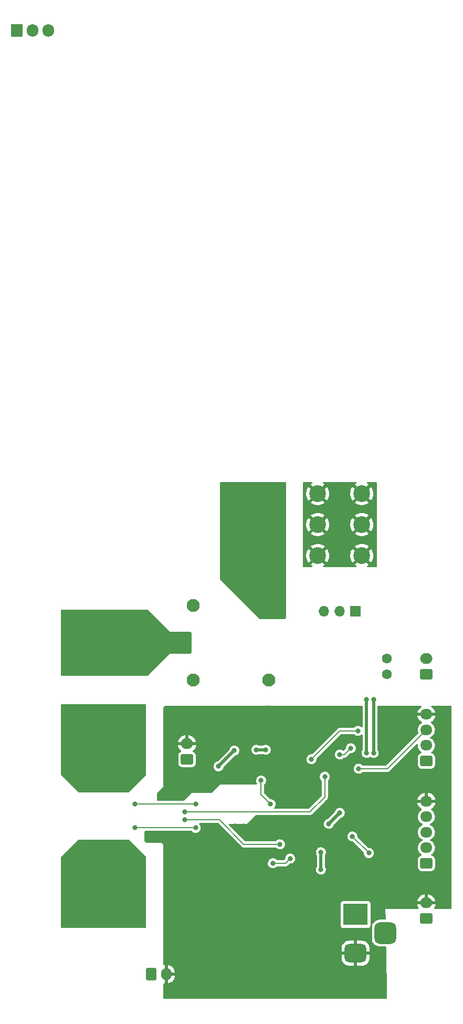
<source format=gbr>
%TF.GenerationSoftware,KiCad,Pcbnew,(6.0.7)*%
%TF.CreationDate,2025-03-09T22:25:54+09:00*%
%TF.ProjectId,Main_SMD_Controller,4d61696e-5f53-44d4-945f-436f6e74726f,rev?*%
%TF.SameCoordinates,Original*%
%TF.FileFunction,Copper,L2,Bot*%
%TF.FilePolarity,Positive*%
%FSLAX46Y46*%
G04 Gerber Fmt 4.6, Leading zero omitted, Abs format (unit mm)*
G04 Created by KiCad (PCBNEW (6.0.7)) date 2025-03-09 22:25:54*
%MOMM*%
%LPD*%
G01*
G04 APERTURE LIST*
G04 Aperture macros list*
%AMRoundRect*
0 Rectangle with rounded corners*
0 $1 Rounding radius*
0 $2 $3 $4 $5 $6 $7 $8 $9 X,Y pos of 4 corners*
0 Add a 4 corners polygon primitive as box body*
4,1,4,$2,$3,$4,$5,$6,$7,$8,$9,$2,$3,0*
0 Add four circle primitives for the rounded corners*
1,1,$1+$1,$2,$3*
1,1,$1+$1,$4,$5*
1,1,$1+$1,$6,$7*
1,1,$1+$1,$8,$9*
0 Add four rect primitives between the rounded corners*
20,1,$1+$1,$2,$3,$4,$5,0*
20,1,$1+$1,$4,$5,$6,$7,0*
20,1,$1+$1,$6,$7,$8,$9,0*
20,1,$1+$1,$8,$9,$2,$3,0*%
G04 Aperture macros list end*
%TA.AperFunction,ComponentPad*%
%ADD10RoundRect,0.250000X0.725000X-0.600000X0.725000X0.600000X-0.725000X0.600000X-0.725000X-0.600000X0*%
%TD*%
%TA.AperFunction,ComponentPad*%
%ADD11O,1.950000X1.700000*%
%TD*%
%TA.AperFunction,ComponentPad*%
%ADD12O,2.000000X1.700000*%
%TD*%
%TA.AperFunction,ComponentPad*%
%ADD13RoundRect,0.250000X0.750000X-0.600000X0.750000X0.600000X-0.750000X0.600000X-0.750000X-0.600000X0*%
%TD*%
%TA.AperFunction,ComponentPad*%
%ADD14R,1.700000X1.700000*%
%TD*%
%TA.AperFunction,ComponentPad*%
%ADD15O,1.700000X1.700000*%
%TD*%
%TA.AperFunction,ComponentPad*%
%ADD16C,1.600000*%
%TD*%
%TA.AperFunction,ComponentPad*%
%ADD17R,4.000000X3.500000*%
%TD*%
%TA.AperFunction,ComponentPad*%
%ADD18RoundRect,0.750000X1.000000X-0.750000X1.000000X0.750000X-1.000000X0.750000X-1.000000X-0.750000X0*%
%TD*%
%TA.AperFunction,ComponentPad*%
%ADD19RoundRect,0.875000X0.875000X-0.875000X0.875000X0.875000X-0.875000X0.875000X-0.875000X-0.875000X0*%
%TD*%
%TA.AperFunction,ComponentPad*%
%ADD20C,2.100000*%
%TD*%
%TA.AperFunction,ComponentPad*%
%ADD21C,2.700000*%
%TD*%
%TA.AperFunction,ComponentPad*%
%ADD22RoundRect,0.250000X-0.600000X-0.750000X0.600000X-0.750000X0.600000X0.750000X-0.600000X0.750000X0*%
%TD*%
%TA.AperFunction,ComponentPad*%
%ADD23O,1.700000X2.000000*%
%TD*%
%TA.AperFunction,ComponentPad*%
%ADD24R,1.905000X2.000000*%
%TD*%
%TA.AperFunction,ComponentPad*%
%ADD25O,1.905000X2.000000*%
%TD*%
%TA.AperFunction,ViaPad*%
%ADD26C,0.800000*%
%TD*%
%TA.AperFunction,Conductor*%
%ADD27C,0.500000*%
%TD*%
%TA.AperFunction,Conductor*%
%ADD28C,0.200000*%
%TD*%
G04 APERTURE END LIST*
D10*
%TO.P,J4,1,Pin_1*%
%TO.N,/Vmeas*%
X90170000Y-76200000D03*
D11*
%TO.P,J4,2,Pin_2*%
%TO.N,/Vref*%
X90170000Y-73700000D03*
%TO.P,J4,3,Pin_3*%
%TO.N,Vofs*%
X90170000Y-71200000D03*
%TO.P,J4,4,Pin_4*%
%TO.N,GND*%
X90170000Y-68700000D03*
%TD*%
D12*
%TO.P,J5,2,Pin_2*%
%TO.N,GND*%
X90170000Y-99100000D03*
D13*
%TO.P,J5,1,Pin_1*%
%TO.N,+12V*%
X90170000Y-101600000D03*
%TD*%
%TO.P,J9,1,Pin_1*%
%TO.N,Net-(J9-Pad1)*%
X90170000Y-62230000D03*
D12*
%TO.P,J9,2,Pin_2*%
%TO.N,Net-(J9-Pad2)*%
X90170000Y-59730000D03*
%TD*%
D14*
%TO.P,J7,1,Pin_1*%
%TO.N,/Vsens*%
X78725000Y-52070000D03*
D15*
%TO.P,J7,2,Pin_2*%
%TO.N,Net-(J7-Pad2)*%
X76185000Y-52070000D03*
%TO.P,J7,3,Pin_3*%
%TO.N,/Load+*%
X73645000Y-52070000D03*
%TD*%
D16*
%TO.P,TH1,1*%
%TO.N,Net-(J9-Pad1)*%
X83820000Y-62230000D03*
%TO.P,TH1,2*%
%TO.N,Net-(J9-Pad2)*%
X83820000Y-59730000D03*
%TD*%
D17*
%TO.P,J1,1*%
%TO.N,+12V*%
X78740000Y-100965000D03*
D18*
%TO.P,J1,2*%
%TO.N,GND*%
X78740000Y-107215000D03*
D19*
%TO.P,J1,3*%
%TO.N,unconnected-(J1-Pad3)*%
X83540000Y-103965000D03*
%TD*%
D13*
%TO.P,J13,1,Pin_1*%
%TO.N,Net-(J13-Pad1)*%
X51562000Y-75946000D03*
D12*
%TO.P,J13,2,Pin_2*%
%TO.N,GND*%
X51562000Y-73446000D03*
%TD*%
D20*
%TO.P,RLY1,5,COIL*%
%TO.N,+12V*%
X52570000Y-63150000D03*
%TO.P,RLY1,4,NC*%
%TO.N,Load-*%
X64770000Y-63150000D03*
%TO.P,RLY1,3,NO*%
%TO.N,/Load+*%
X64770000Y-51150000D03*
%TO.P,RLY1,2,COIL*%
%TO.N,LOAD_ENABLE*%
X52570000Y-51150000D03*
%TO.P,RLY1,1,COM*%
%TO.N,/MOS+*%
X50570000Y-57150000D03*
%TD*%
D21*
%TO.P,J8,1,Pin_1*%
%TO.N,Load-*%
X33100000Y-101340000D03*
X43100000Y-101340000D03*
X38100000Y-101340000D03*
X33100000Y-94240000D03*
X43100000Y-94240000D03*
X38100000Y-94240000D03*
%TD*%
D22*
%TO.P,J3,1,Pin_1*%
%TO.N,VCC*%
X45740000Y-110600000D03*
D23*
%TO.P,J3,2,Pin_2*%
%TO.N,GND*%
X48240000Y-110600000D03*
%TD*%
D24*
%TO.P,Q2,1,G*%
%TO.N,unconnected-(Q2-Pad1)*%
X24130000Y41570000D03*
D25*
%TO.P,Q2,2,D*%
%TO.N,unconnected-(Q2-Pad2)*%
X26670000Y41570000D03*
%TO.P,Q2,3,S*%
%TO.N,unconnected-(Q2-Pad3)*%
X29210000Y41570000D03*
%TD*%
D21*
%TO.P,J12,1,Pin_1*%
%TO.N,/MOS+*%
X33100000Y-60700000D03*
X33100000Y-53600000D03*
X38100000Y-60700000D03*
X43100000Y-53600000D03*
X38100000Y-53600000D03*
X43100000Y-60700000D03*
%TD*%
%TO.P,J14,1,Pin_1*%
%TO.N,/MOS-*%
X38100000Y-68840000D03*
X38100000Y-75940000D03*
X33100000Y-68840000D03*
X43100000Y-68840000D03*
X33100000Y-75940000D03*
X43100000Y-75940000D03*
%TD*%
%TO.P,J11,1,Pin_1*%
%TO.N,/Load+*%
X58680000Y-38100000D03*
X58680000Y-33100000D03*
X58680000Y-43100000D03*
X65780000Y-33100000D03*
X65780000Y-38100000D03*
X65780000Y-43100000D03*
%TD*%
%TO.P,J10,1,Pin_1*%
%TO.N,/Vsens*%
X72650000Y-38100000D03*
X79750000Y-43100000D03*
X79750000Y-38100000D03*
X72650000Y-33100000D03*
X79750000Y-33100000D03*
X72650000Y-43100000D03*
%TD*%
D10*
%TO.P,J2,1,Pin_1*%
%TO.N,SHUNT_SELECT2*%
X90170000Y-92710000D03*
D11*
%TO.P,J2,2,Pin_2*%
%TO.N,SHUNT_SELECT1*%
X90170000Y-90210000D03*
%TO.P,J2,3,Pin_3*%
%TO.N,Vconst_ENABLE*%
X90170000Y-87710000D03*
%TO.P,J2,4,Pin_4*%
%TO.N,Net-(J2-Pad4)*%
X90170000Y-85210000D03*
%TO.P,J2,5,Pin_5*%
%TO.N,GND*%
X90170000Y-82710000D03*
%TD*%
D26*
%TO.N,GND*%
X88392000Y-70866000D03*
X82804000Y-72898000D03*
X66040000Y-114046000D03*
X48260000Y-114046000D03*
X93726000Y-90424000D03*
X93726000Y-79502000D03*
X56642000Y-67818000D03*
X75184000Y-71120000D03*
X77216000Y-69342000D03*
X77216000Y-67818000D03*
X79502000Y-67818000D03*
X79502000Y-70104000D03*
X82804000Y-67818000D03*
X82804000Y-70358000D03*
X79248000Y-78740000D03*
X82804000Y-78486000D03*
X84836000Y-75184000D03*
X82804000Y-76454000D03*
X83058000Y-75184000D03*
X85852000Y-76962000D03*
X88392000Y-74676000D03*
X79248000Y-72898000D03*
%TO.N,Vofs*%
X79248000Y-77470000D03*
%TO.N,/MOS-*%
X34290000Y-78232000D03*
X41910000Y-78232000D03*
%TO.N,/Load+*%
X67056000Y-47371000D03*
X57912000Y-47371000D03*
X63373000Y-49022000D03*
X59690000Y-49022000D03*
X67056000Y-49022000D03*
X57404000Y-45593000D03*
X67056000Y-45593000D03*
X62230000Y-45593000D03*
%TO.N,/MOS+*%
X46736000Y-60325000D03*
X46736000Y-53975000D03*
X48006000Y-57150000D03*
X48006000Y-55245000D03*
X48006000Y-59055000D03*
X45466000Y-61595000D03*
X45466000Y-57150000D03*
X45466000Y-52705000D03*
%TO.N,/MOS-*%
X44450000Y-78232000D03*
X38100000Y-78232000D03*
X31750000Y-78232000D03*
X41910000Y-80772000D03*
X38100000Y-80772000D03*
X34290000Y-80772000D03*
%TO.N,Load-*%
X44450000Y-91948000D03*
X42037000Y-91948000D03*
X38100000Y-91948000D03*
X34290000Y-91948000D03*
X31750000Y-91948000D03*
X42037000Y-89408000D03*
X38100000Y-89408000D03*
X34290000Y-89408000D03*
%TO.N,GND*%
X69977000Y-88138000D03*
X74168000Y-82931000D03*
X86868000Y-79375000D03*
X70485000Y-70358000D03*
X57912000Y-70739000D03*
X53848000Y-72136000D03*
X52070000Y-99187000D03*
X51181000Y-93472000D03*
X65532000Y-97155000D03*
X60198000Y-93091000D03*
X79502000Y-95377000D03*
X61976000Y-102362000D03*
X59944000Y-102362000D03*
X48133000Y-104140000D03*
X75819000Y-99441000D03*
X81661000Y-99441000D03*
X93726000Y-67818000D03*
X93726000Y-99568000D03*
X48260000Y-78359000D03*
X48768000Y-80645000D03*
X74803000Y-74422000D03*
X75692000Y-73406000D03*
X63881000Y-71501000D03*
X57023000Y-74803000D03*
X64643000Y-67691000D03*
X67310000Y-67818000D03*
X72009000Y-107188000D03*
X63881000Y-107315000D03*
X55499000Y-107061000D03*
X60071000Y-107061000D03*
X67945000Y-111633000D03*
X67945000Y-102997000D03*
X63500000Y-104013000D03*
X57785000Y-104013000D03*
X55626000Y-102362000D03*
X83312000Y-114046000D03*
X75184000Y-67818000D03*
X48260000Y-67818000D03*
X79502000Y-91059000D03*
X58902600Y-98094800D03*
X59918600Y-99593400D03*
X56667400Y-98120200D03*
X55651400Y-99593400D03*
X56692800Y-90932000D03*
X54508400Y-89712800D03*
X50977800Y-88163400D03*
X84963000Y-84328000D03*
X71856600Y-78689200D03*
X64465200Y-80162400D03*
X66014600Y-80924400D03*
X62280800Y-79552800D03*
X62052200Y-75869800D03*
X68453000Y-77774800D03*
X64998600Y-77012800D03*
X56235600Y-79476600D03*
X52603400Y-80746600D03*
X47498000Y-82194400D03*
X45237400Y-88900000D03*
X71653400Y-99618800D03*
X67437000Y-90805000D03*
X72009000Y-91059000D03*
X75565000Y-87122000D03*
X77216000Y-89154000D03*
X74422000Y-90932000D03*
X75184000Y-83820000D03*
X75057000Y-78486000D03*
X82042000Y-82169000D03*
X78867000Y-83439000D03*
X76962000Y-85598000D03*
X78994000Y-87376000D03*
X88773000Y-86487000D03*
X88773000Y-88900000D03*
X80264000Y-89027000D03*
X88773000Y-91313000D03*
X82169000Y-91059000D03*
X74422000Y-93599000D03*
X71374000Y-97155000D03*
X68199000Y-93599000D03*
X71755000Y-93599000D03*
X65532000Y-93980000D03*
X63119000Y-90805000D03*
X56388000Y-86995000D03*
X60706000Y-86741000D03*
X60706000Y-88392000D03*
X59309000Y-86741000D03*
X66167000Y-85471000D03*
X66294000Y-83312000D03*
X66421000Y-86868000D03*
X69850000Y-85471000D03*
X73787000Y-85344000D03*
X72771000Y-84455000D03*
X72263000Y-82296000D03*
X72771000Y-81534000D03*
X69850000Y-80899000D03*
X71882000Y-77343000D03*
X70485000Y-74168000D03*
%TO.N,+12V*%
X80518000Y-74930000D03*
X80518000Y-66294000D03*
%TO.N,LOAD_ENABLE*%
X81661000Y-74930000D03*
X81661000Y-66294000D03*
%TO.N,+12V*%
X76200000Y-84582000D03*
X73152000Y-90932000D03*
X73152000Y-93726000D03*
X74422000Y-86360000D03*
%TO.N,Net-(RV1-Pad3)*%
X63500000Y-79375000D03*
X65024000Y-83185000D03*
%TO.N,Load-*%
X59182000Y-74549000D03*
X56642000Y-77089000D03*
%TO.N,Net-(U2-Pad8)*%
X66548000Y-89662000D03*
X51181000Y-85725000D03*
%TO.N,Net-(C8-Pad2)*%
X62738000Y-74422000D03*
X64262000Y-74422000D03*
%TO.N,/Vmeas*%
X77978000Y-74168000D03*
X76200000Y-75184000D03*
%TO.N,/Vref*%
X79121000Y-71374000D03*
X71628000Y-75946000D03*
%TO.N,Vofs*%
X51181000Y-84455000D03*
X73787000Y-78740000D03*
%TO.N,SHUNT_SELECT2*%
X78232000Y-88392000D03*
X80899000Y-91059000D03*
%TO.N,Vconst_ENABLE*%
X65405000Y-92710000D03*
X68199000Y-91948000D03*
%TO.N,Load-*%
X52959000Y-86995000D03*
X43180000Y-86995000D03*
%TO.N,/MOS-*%
X52959000Y-83185000D03*
X43180000Y-83185000D03*
%TD*%
D27*
%TO.N,LOAD_ENABLE*%
X81661000Y-74930000D02*
X81661000Y-66294000D01*
%TO.N,+12V*%
X80518000Y-66294000D02*
X80518000Y-74930000D01*
D28*
%TO.N,Vofs*%
X83900000Y-77470000D02*
X90170000Y-71200000D01*
X79248000Y-77470000D02*
X83900000Y-77470000D01*
%TO.N,/Vmeas*%
X76962000Y-75184000D02*
X77978000Y-74168000D01*
X76200000Y-75184000D02*
X76962000Y-75184000D01*
%TO.N,Net-(RV1-Pad3)*%
X65024000Y-83185000D02*
X63500000Y-81661000D01*
X63500000Y-81661000D02*
X63500000Y-79375000D01*
%TO.N,Vofs*%
X71374000Y-84455000D02*
X51181000Y-84455000D01*
X73787000Y-82042000D02*
X71374000Y-84455000D01*
X73787000Y-78740000D02*
X73787000Y-82042000D01*
%TO.N,/Vref*%
X76200000Y-71374000D02*
X71628000Y-75946000D01*
X79121000Y-71374000D02*
X76200000Y-71374000D01*
D27*
%TO.N,+12V*%
X73152000Y-93726000D02*
X73152000Y-90932000D01*
X74422000Y-86360000D02*
X76200000Y-84582000D01*
D28*
%TO.N,/MOS-*%
X43180000Y-83185000D02*
X52959000Y-83185000D01*
%TO.N,Load-*%
X43180000Y-86995000D02*
X52959000Y-86995000D01*
D27*
X59182000Y-74549000D02*
X56642000Y-77089000D01*
D28*
%TO.N,Net-(U2-Pad8)*%
X56769000Y-85725000D02*
X51181000Y-85725000D01*
X60706000Y-89662000D02*
X56769000Y-85725000D01*
X66548000Y-89662000D02*
X60706000Y-89662000D01*
D27*
%TO.N,Net-(C8-Pad2)*%
X64262000Y-74422000D02*
X62738000Y-74422000D01*
D28*
%TO.N,SHUNT_SELECT2*%
X80899000Y-91059000D02*
X78232000Y-88392000D01*
%TO.N,Vconst_ENABLE*%
X67437000Y-92710000D02*
X65405000Y-92710000D01*
X68199000Y-91948000D02*
X67437000Y-92710000D01*
%TD*%
%TA.AperFunction,Conductor*%
%TO.N,Load-*%
G36*
X42179931Y-88920002D02*
G01*
X42200905Y-88936905D01*
X44921095Y-91657095D01*
X44955121Y-91719407D01*
X44958000Y-91746190D01*
X44958000Y-102998000D01*
X44937998Y-103066121D01*
X44884342Y-103112614D01*
X44832000Y-103124000D01*
X31368000Y-103124000D01*
X31299879Y-103103998D01*
X31253386Y-103050342D01*
X31242000Y-102998000D01*
X31242000Y-91746190D01*
X31262002Y-91678069D01*
X31278905Y-91657095D01*
X33999095Y-88936905D01*
X34061407Y-88902879D01*
X34088190Y-88900000D01*
X42111810Y-88900000D01*
X42179931Y-88920002D01*
G37*
%TD.AperFunction*%
%TD*%
%TA.AperFunction,Conductor*%
%TO.N,/MOS+*%
G36*
X45227931Y-51836002D02*
G01*
X45248905Y-51852905D01*
X48768000Y-55372000D01*
X52017810Y-55372000D01*
X52085931Y-55392002D01*
X52106905Y-55408905D01*
X52287095Y-55589095D01*
X52321121Y-55651407D01*
X52324000Y-55678190D01*
X52324000Y-58621810D01*
X52303998Y-58689931D01*
X52287095Y-58710905D01*
X52106905Y-58891095D01*
X52044593Y-58925121D01*
X52017810Y-58928000D01*
X48768000Y-58928000D01*
X45248905Y-62447095D01*
X45186593Y-62481121D01*
X45159810Y-62484000D01*
X31368000Y-62484000D01*
X31299879Y-62463998D01*
X31253386Y-62410342D01*
X31242000Y-62358000D01*
X31242000Y-51942000D01*
X31262002Y-51873879D01*
X31315658Y-51827386D01*
X31368000Y-51816000D01*
X45159810Y-51816000D01*
X45227931Y-51836002D01*
G37*
%TD.AperFunction*%
%TD*%
%TA.AperFunction,Conductor*%
%TO.N,/Load+*%
G36*
X67506121Y-31262002D02*
G01*
X67552614Y-31315658D01*
X67564000Y-31368000D01*
X67564000Y-53033810D01*
X67543998Y-53101931D01*
X67527095Y-53122905D01*
X67346905Y-53303095D01*
X67284593Y-53337121D01*
X67257810Y-53340000D01*
X63298190Y-53340000D01*
X63230069Y-53319998D01*
X63209095Y-53303095D01*
X56932905Y-47026905D01*
X56898879Y-46964593D01*
X56896000Y-46937810D01*
X56896000Y-31368000D01*
X56916002Y-31299879D01*
X56969658Y-31253386D01*
X57022000Y-31242000D01*
X67438000Y-31242000D01*
X67506121Y-31262002D01*
G37*
%TD.AperFunction*%
%TD*%
%TA.AperFunction,Conductor*%
%TO.N,/Vsens*%
G36*
X71748231Y-31262002D02*
G01*
X71794724Y-31315658D01*
X71804828Y-31385932D01*
X71775334Y-31450512D01*
X71738193Y-31479814D01*
X71680669Y-31509696D01*
X71673097Y-31514335D01*
X71542292Y-31607810D01*
X71533889Y-31618533D01*
X71540869Y-31631659D01*
X72637188Y-32727978D01*
X72651132Y-32735592D01*
X72652965Y-32735461D01*
X72659580Y-32731210D01*
X73759129Y-31631661D01*
X73765983Y-31619109D01*
X73757776Y-31608039D01*
X73676230Y-31545805D01*
X73668811Y-31540932D01*
X73556322Y-31477935D01*
X73506660Y-31427198D01*
X73492312Y-31357666D01*
X73517834Y-31291415D01*
X73575122Y-31249480D01*
X73617888Y-31242000D01*
X78780110Y-31242000D01*
X78848231Y-31262002D01*
X78894724Y-31315658D01*
X78904828Y-31385932D01*
X78875334Y-31450512D01*
X78838193Y-31479814D01*
X78780669Y-31509696D01*
X78773097Y-31514335D01*
X78642292Y-31607810D01*
X78633889Y-31618533D01*
X78640869Y-31631659D01*
X79737188Y-32727978D01*
X79751132Y-32735592D01*
X79752965Y-32735461D01*
X79759580Y-32731210D01*
X80859129Y-31631661D01*
X80865983Y-31619109D01*
X80857776Y-31608039D01*
X80776230Y-31545805D01*
X80768811Y-31540932D01*
X80656322Y-31477935D01*
X80606660Y-31427198D01*
X80592312Y-31357666D01*
X80617834Y-31291415D01*
X80675122Y-31249480D01*
X80717888Y-31242000D01*
X82043000Y-31242000D01*
X82111121Y-31262002D01*
X82157614Y-31315658D01*
X82169000Y-31368000D01*
X82169000Y-44832000D01*
X82148998Y-44900121D01*
X82095342Y-44946614D01*
X82043000Y-44958000D01*
X80726671Y-44958000D01*
X80658550Y-44937998D01*
X80612057Y-44884342D01*
X80601953Y-44814068D01*
X80631447Y-44749488D01*
X80665690Y-44723333D01*
X80665029Y-44722175D01*
X80676619Y-44715564D01*
X80859218Y-44593556D01*
X80867506Y-44583638D01*
X80860249Y-44569459D01*
X79762812Y-43472022D01*
X79748868Y-43464408D01*
X79747035Y-43464539D01*
X79740420Y-43468790D01*
X78640070Y-44569140D01*
X78632904Y-44582263D01*
X78640294Y-44592566D01*
X78675455Y-44621192D01*
X78682731Y-44626305D01*
X78845092Y-44724054D01*
X78893135Y-44776325D01*
X78905292Y-44846273D01*
X78877702Y-44911690D01*
X78819125Y-44951805D01*
X78780103Y-44958000D01*
X73626671Y-44958000D01*
X73558550Y-44937998D01*
X73512057Y-44884342D01*
X73501953Y-44814068D01*
X73531447Y-44749488D01*
X73565690Y-44723333D01*
X73565029Y-44722175D01*
X73576619Y-44715564D01*
X73759218Y-44593556D01*
X73767506Y-44583638D01*
X73760249Y-44569459D01*
X72662812Y-43472022D01*
X72648868Y-43464408D01*
X72647035Y-43464539D01*
X72640420Y-43468790D01*
X71540070Y-44569140D01*
X71532904Y-44582263D01*
X71540294Y-44592566D01*
X71575455Y-44621192D01*
X71582731Y-44626305D01*
X71745092Y-44724054D01*
X71793135Y-44776325D01*
X71805292Y-44846273D01*
X71777702Y-44911690D01*
X71719125Y-44951805D01*
X71680103Y-44958000D01*
X70357000Y-44958000D01*
X70288879Y-44937998D01*
X70242386Y-44884342D01*
X70231000Y-44832000D01*
X70231000Y-43045942D01*
X70788348Y-43045942D01*
X70798328Y-43299960D01*
X70799302Y-43308784D01*
X70844978Y-43558875D01*
X70847182Y-43567462D01*
X70927636Y-43808613D01*
X70931040Y-43816831D01*
X71044667Y-44044235D01*
X71049185Y-44051874D01*
X71157294Y-44208296D01*
X71167612Y-44216647D01*
X71181267Y-44209523D01*
X72277978Y-43112812D01*
X72284356Y-43101132D01*
X73014408Y-43101132D01*
X73014539Y-43102965D01*
X73018790Y-43109580D01*
X74120027Y-44210817D01*
X74133428Y-44218135D01*
X74143329Y-44211149D01*
X74154127Y-44198305D01*
X74159353Y-44191110D01*
X74293867Y-43975425D01*
X74298038Y-43967547D01*
X74400817Y-43735065D01*
X74403833Y-43726688D01*
X74472832Y-43482034D01*
X74474636Y-43473326D01*
X74508643Y-43220145D01*
X74509171Y-43213752D01*
X74512645Y-43103222D01*
X74512518Y-43096779D01*
X74508919Y-43045942D01*
X77888348Y-43045942D01*
X77898328Y-43299960D01*
X77899302Y-43308784D01*
X77944978Y-43558875D01*
X77947182Y-43567462D01*
X78027636Y-43808613D01*
X78031040Y-43816831D01*
X78144667Y-44044235D01*
X78149185Y-44051874D01*
X78257294Y-44208296D01*
X78267612Y-44216647D01*
X78281267Y-44209523D01*
X79377978Y-43112812D01*
X79384356Y-43101132D01*
X80114408Y-43101132D01*
X80114539Y-43102965D01*
X80118790Y-43109580D01*
X81220027Y-44210817D01*
X81233428Y-44218135D01*
X81243329Y-44211149D01*
X81254127Y-44198305D01*
X81259353Y-44191110D01*
X81393867Y-43975425D01*
X81398038Y-43967547D01*
X81500817Y-43735065D01*
X81503833Y-43726688D01*
X81572832Y-43482034D01*
X81574636Y-43473326D01*
X81608643Y-43220145D01*
X81609171Y-43213752D01*
X81612645Y-43103222D01*
X81612518Y-43096779D01*
X81594478Y-42841986D01*
X81593225Y-42833183D01*
X81539720Y-42584662D01*
X81537241Y-42576129D01*
X81449254Y-42337630D01*
X81445599Y-42329535D01*
X81324881Y-42105807D01*
X81320122Y-42098309D01*
X81242004Y-41992545D01*
X81230876Y-41984103D01*
X81218283Y-41990927D01*
X80122022Y-43087188D01*
X80114408Y-43101132D01*
X79384356Y-43101132D01*
X79385592Y-43098868D01*
X79385461Y-43097035D01*
X79381210Y-43090420D01*
X78281423Y-41990633D01*
X78268582Y-41983621D01*
X78257893Y-41991416D01*
X78212115Y-42049485D01*
X78207122Y-42056833D01*
X78079440Y-42276655D01*
X78075532Y-42284629D01*
X77980097Y-42520247D01*
X77977348Y-42528709D01*
X77916067Y-42775413D01*
X77914538Y-42784174D01*
X77888627Y-43037059D01*
X77888348Y-43045942D01*
X74508919Y-43045942D01*
X74494478Y-42841986D01*
X74493225Y-42833183D01*
X74439720Y-42584662D01*
X74437241Y-42576129D01*
X74349254Y-42337630D01*
X74345599Y-42329535D01*
X74224881Y-42105807D01*
X74220122Y-42098309D01*
X74142004Y-41992545D01*
X74130876Y-41984103D01*
X74118283Y-41990927D01*
X73022022Y-43087188D01*
X73014408Y-43101132D01*
X72284356Y-43101132D01*
X72285592Y-43098868D01*
X72285461Y-43097035D01*
X72281210Y-43090420D01*
X71181423Y-41990633D01*
X71168582Y-41983621D01*
X71157893Y-41991416D01*
X71112115Y-42049485D01*
X71107122Y-42056833D01*
X70979440Y-42276655D01*
X70975532Y-42284629D01*
X70880097Y-42520247D01*
X70877348Y-42528709D01*
X70816067Y-42775413D01*
X70814538Y-42784174D01*
X70788627Y-43037059D01*
X70788348Y-43045942D01*
X70231000Y-43045942D01*
X70231000Y-41618533D01*
X71533889Y-41618533D01*
X71540869Y-41631659D01*
X72637188Y-42727978D01*
X72651132Y-42735592D01*
X72652965Y-42735461D01*
X72659580Y-42731210D01*
X73759129Y-41631661D01*
X73765983Y-41619109D01*
X73765556Y-41618533D01*
X78633889Y-41618533D01*
X78640869Y-41631659D01*
X79737188Y-42727978D01*
X79751132Y-42735592D01*
X79752965Y-42735461D01*
X79759580Y-42731210D01*
X80859129Y-41631661D01*
X80865983Y-41619109D01*
X80857776Y-41608039D01*
X80776230Y-41545805D01*
X80768801Y-41540925D01*
X80547005Y-41416713D01*
X80538971Y-41412932D01*
X80301865Y-41321203D01*
X80293392Y-41318596D01*
X80045736Y-41261193D01*
X80036960Y-41259803D01*
X79783691Y-41237868D01*
X79774820Y-41237728D01*
X79520976Y-41251698D01*
X79512174Y-41252810D01*
X79262832Y-41302408D01*
X79254279Y-41304748D01*
X79014421Y-41388978D01*
X79006255Y-41392512D01*
X78780669Y-41509696D01*
X78773097Y-41514335D01*
X78642292Y-41607810D01*
X78633889Y-41618533D01*
X73765556Y-41618533D01*
X73757776Y-41608039D01*
X73676230Y-41545805D01*
X73668801Y-41540925D01*
X73447005Y-41416713D01*
X73438971Y-41412932D01*
X73201865Y-41321203D01*
X73193392Y-41318596D01*
X72945736Y-41261193D01*
X72936960Y-41259803D01*
X72683691Y-41237868D01*
X72674820Y-41237728D01*
X72420976Y-41251698D01*
X72412174Y-41252810D01*
X72162832Y-41302408D01*
X72154279Y-41304748D01*
X71914421Y-41388978D01*
X71906255Y-41392512D01*
X71680669Y-41509696D01*
X71673097Y-41514335D01*
X71542292Y-41607810D01*
X71533889Y-41618533D01*
X70231000Y-41618533D01*
X70231000Y-39582263D01*
X71532904Y-39582263D01*
X71540294Y-39592566D01*
X71575455Y-39621192D01*
X71582731Y-39626305D01*
X71800514Y-39757421D01*
X71808428Y-39761454D01*
X72042523Y-39860581D01*
X72050928Y-39863458D01*
X72296650Y-39928610D01*
X72305382Y-39930276D01*
X72557835Y-39960155D01*
X72566703Y-39960573D01*
X72820843Y-39954584D01*
X72829698Y-39953747D01*
X73080459Y-39912009D01*
X73089093Y-39909936D01*
X73331477Y-39833280D01*
X73339739Y-39830009D01*
X73568895Y-39719970D01*
X73576619Y-39715564D01*
X73759218Y-39593556D01*
X73767506Y-39583638D01*
X73766802Y-39582263D01*
X78632904Y-39582263D01*
X78640294Y-39592566D01*
X78675455Y-39621192D01*
X78682731Y-39626305D01*
X78900514Y-39757421D01*
X78908428Y-39761454D01*
X79142523Y-39860581D01*
X79150928Y-39863458D01*
X79396650Y-39928610D01*
X79405382Y-39930276D01*
X79657835Y-39960155D01*
X79666703Y-39960573D01*
X79920843Y-39954584D01*
X79929698Y-39953747D01*
X80180459Y-39912009D01*
X80189093Y-39909936D01*
X80431477Y-39833280D01*
X80439739Y-39830009D01*
X80668895Y-39719970D01*
X80676619Y-39715564D01*
X80859218Y-39593556D01*
X80867506Y-39583638D01*
X80860249Y-39569459D01*
X79762812Y-38472022D01*
X79748868Y-38464408D01*
X79747035Y-38464539D01*
X79740420Y-38468790D01*
X78640070Y-39569140D01*
X78632904Y-39582263D01*
X73766802Y-39582263D01*
X73760249Y-39569459D01*
X72662812Y-38472022D01*
X72648868Y-38464408D01*
X72647035Y-38464539D01*
X72640420Y-38468790D01*
X71540070Y-39569140D01*
X71532904Y-39582263D01*
X70231000Y-39582263D01*
X70231000Y-38045942D01*
X70788348Y-38045942D01*
X70798328Y-38299960D01*
X70799302Y-38308784D01*
X70844978Y-38558875D01*
X70847182Y-38567462D01*
X70927636Y-38808613D01*
X70931040Y-38816831D01*
X71044667Y-39044235D01*
X71049185Y-39051874D01*
X71157294Y-39208296D01*
X71167612Y-39216647D01*
X71181267Y-39209523D01*
X72277978Y-38112812D01*
X72284356Y-38101132D01*
X73014408Y-38101132D01*
X73014539Y-38102965D01*
X73018790Y-38109580D01*
X74120027Y-39210817D01*
X74133428Y-39218135D01*
X74143329Y-39211149D01*
X74154127Y-39198305D01*
X74159353Y-39191110D01*
X74293867Y-38975425D01*
X74298038Y-38967547D01*
X74400817Y-38735065D01*
X74403833Y-38726688D01*
X74472832Y-38482034D01*
X74474636Y-38473326D01*
X74508643Y-38220145D01*
X74509171Y-38213752D01*
X74512645Y-38103222D01*
X74512518Y-38096779D01*
X74508919Y-38045942D01*
X77888348Y-38045942D01*
X77898328Y-38299960D01*
X77899302Y-38308784D01*
X77944978Y-38558875D01*
X77947182Y-38567462D01*
X78027636Y-38808613D01*
X78031040Y-38816831D01*
X78144667Y-39044235D01*
X78149185Y-39051874D01*
X78257294Y-39208296D01*
X78267612Y-39216647D01*
X78281267Y-39209523D01*
X79377978Y-38112812D01*
X79384356Y-38101132D01*
X80114408Y-38101132D01*
X80114539Y-38102965D01*
X80118790Y-38109580D01*
X81220027Y-39210817D01*
X81233428Y-39218135D01*
X81243329Y-39211149D01*
X81254127Y-39198305D01*
X81259353Y-39191110D01*
X81393867Y-38975425D01*
X81398038Y-38967547D01*
X81500817Y-38735065D01*
X81503833Y-38726688D01*
X81572832Y-38482034D01*
X81574636Y-38473326D01*
X81608643Y-38220145D01*
X81609171Y-38213752D01*
X81612645Y-38103222D01*
X81612518Y-38096779D01*
X81594478Y-37841986D01*
X81593225Y-37833183D01*
X81539720Y-37584662D01*
X81537241Y-37576129D01*
X81449254Y-37337630D01*
X81445599Y-37329535D01*
X81324881Y-37105807D01*
X81320122Y-37098309D01*
X81242004Y-36992545D01*
X81230876Y-36984103D01*
X81218283Y-36990927D01*
X80122022Y-38087188D01*
X80114408Y-38101132D01*
X79384356Y-38101132D01*
X79385592Y-38098868D01*
X79385461Y-38097035D01*
X79381210Y-38090420D01*
X78281423Y-36990633D01*
X78268582Y-36983621D01*
X78257893Y-36991416D01*
X78212115Y-37049485D01*
X78207122Y-37056833D01*
X78079440Y-37276655D01*
X78075532Y-37284629D01*
X77980097Y-37520247D01*
X77977348Y-37528709D01*
X77916067Y-37775413D01*
X77914538Y-37784174D01*
X77888627Y-38037059D01*
X77888348Y-38045942D01*
X74508919Y-38045942D01*
X74494478Y-37841986D01*
X74493225Y-37833183D01*
X74439720Y-37584662D01*
X74437241Y-37576129D01*
X74349254Y-37337630D01*
X74345599Y-37329535D01*
X74224881Y-37105807D01*
X74220122Y-37098309D01*
X74142004Y-36992545D01*
X74130876Y-36984103D01*
X74118283Y-36990927D01*
X73022022Y-38087188D01*
X73014408Y-38101132D01*
X72284356Y-38101132D01*
X72285592Y-38098868D01*
X72285461Y-38097035D01*
X72281210Y-38090420D01*
X71181423Y-36990633D01*
X71168582Y-36983621D01*
X71157893Y-36991416D01*
X71112115Y-37049485D01*
X71107122Y-37056833D01*
X70979440Y-37276655D01*
X70975532Y-37284629D01*
X70880097Y-37520247D01*
X70877348Y-37528709D01*
X70816067Y-37775413D01*
X70814538Y-37784174D01*
X70788627Y-38037059D01*
X70788348Y-38045942D01*
X70231000Y-38045942D01*
X70231000Y-36618533D01*
X71533889Y-36618533D01*
X71540869Y-36631659D01*
X72637188Y-37727978D01*
X72651132Y-37735592D01*
X72652965Y-37735461D01*
X72659580Y-37731210D01*
X73759129Y-36631661D01*
X73765983Y-36619109D01*
X73765556Y-36618533D01*
X78633889Y-36618533D01*
X78640869Y-36631659D01*
X79737188Y-37727978D01*
X79751132Y-37735592D01*
X79752965Y-37735461D01*
X79759580Y-37731210D01*
X80859129Y-36631661D01*
X80865983Y-36619109D01*
X80857776Y-36608039D01*
X80776230Y-36545805D01*
X80768801Y-36540925D01*
X80547005Y-36416713D01*
X80538971Y-36412932D01*
X80301865Y-36321203D01*
X80293392Y-36318596D01*
X80045736Y-36261193D01*
X80036960Y-36259803D01*
X79783691Y-36237868D01*
X79774820Y-36237728D01*
X79520976Y-36251698D01*
X79512174Y-36252810D01*
X79262832Y-36302408D01*
X79254279Y-36304748D01*
X79014421Y-36388978D01*
X79006255Y-36392512D01*
X78780669Y-36509696D01*
X78773097Y-36514335D01*
X78642292Y-36607810D01*
X78633889Y-36618533D01*
X73765556Y-36618533D01*
X73757776Y-36608039D01*
X73676230Y-36545805D01*
X73668801Y-36540925D01*
X73447005Y-36416713D01*
X73438971Y-36412932D01*
X73201865Y-36321203D01*
X73193392Y-36318596D01*
X72945736Y-36261193D01*
X72936960Y-36259803D01*
X72683691Y-36237868D01*
X72674820Y-36237728D01*
X72420976Y-36251698D01*
X72412174Y-36252810D01*
X72162832Y-36302408D01*
X72154279Y-36304748D01*
X71914421Y-36388978D01*
X71906255Y-36392512D01*
X71680669Y-36509696D01*
X71673097Y-36514335D01*
X71542292Y-36607810D01*
X71533889Y-36618533D01*
X70231000Y-36618533D01*
X70231000Y-34582263D01*
X71532904Y-34582263D01*
X71540294Y-34592566D01*
X71575455Y-34621192D01*
X71582731Y-34626305D01*
X71800514Y-34757421D01*
X71808428Y-34761454D01*
X72042523Y-34860581D01*
X72050928Y-34863458D01*
X72296650Y-34928610D01*
X72305382Y-34930276D01*
X72557835Y-34960155D01*
X72566703Y-34960573D01*
X72820843Y-34954584D01*
X72829698Y-34953747D01*
X73080459Y-34912009D01*
X73089093Y-34909936D01*
X73331477Y-34833280D01*
X73339739Y-34830009D01*
X73568895Y-34719970D01*
X73576619Y-34715564D01*
X73759218Y-34593556D01*
X73767506Y-34583638D01*
X73766802Y-34582263D01*
X78632904Y-34582263D01*
X78640294Y-34592566D01*
X78675455Y-34621192D01*
X78682731Y-34626305D01*
X78900514Y-34757421D01*
X78908428Y-34761454D01*
X79142523Y-34860581D01*
X79150928Y-34863458D01*
X79396650Y-34928610D01*
X79405382Y-34930276D01*
X79657835Y-34960155D01*
X79666703Y-34960573D01*
X79920843Y-34954584D01*
X79929698Y-34953747D01*
X80180459Y-34912009D01*
X80189093Y-34909936D01*
X80431477Y-34833280D01*
X80439739Y-34830009D01*
X80668895Y-34719970D01*
X80676619Y-34715564D01*
X80859218Y-34593556D01*
X80867506Y-34583638D01*
X80860249Y-34569459D01*
X79762812Y-33472022D01*
X79748868Y-33464408D01*
X79747035Y-33464539D01*
X79740420Y-33468790D01*
X78640070Y-34569140D01*
X78632904Y-34582263D01*
X73766802Y-34582263D01*
X73760249Y-34569459D01*
X72662812Y-33472022D01*
X72648868Y-33464408D01*
X72647035Y-33464539D01*
X72640420Y-33468790D01*
X71540070Y-34569140D01*
X71532904Y-34582263D01*
X70231000Y-34582263D01*
X70231000Y-33045942D01*
X70788348Y-33045942D01*
X70798328Y-33299960D01*
X70799302Y-33308784D01*
X70844978Y-33558875D01*
X70847182Y-33567462D01*
X70927636Y-33808613D01*
X70931040Y-33816831D01*
X71044667Y-34044235D01*
X71049185Y-34051874D01*
X71157294Y-34208296D01*
X71167612Y-34216647D01*
X71181267Y-34209523D01*
X72277978Y-33112812D01*
X72284356Y-33101132D01*
X73014408Y-33101132D01*
X73014539Y-33102965D01*
X73018790Y-33109580D01*
X74120027Y-34210817D01*
X74133428Y-34218135D01*
X74143329Y-34211149D01*
X74154127Y-34198305D01*
X74159353Y-34191110D01*
X74293867Y-33975425D01*
X74298038Y-33967547D01*
X74400817Y-33735065D01*
X74403833Y-33726688D01*
X74472832Y-33482034D01*
X74474636Y-33473326D01*
X74508643Y-33220145D01*
X74509171Y-33213752D01*
X74512645Y-33103222D01*
X74512518Y-33096779D01*
X74508919Y-33045942D01*
X77888348Y-33045942D01*
X77898328Y-33299960D01*
X77899302Y-33308784D01*
X77944978Y-33558875D01*
X77947182Y-33567462D01*
X78027636Y-33808613D01*
X78031040Y-33816831D01*
X78144667Y-34044235D01*
X78149185Y-34051874D01*
X78257294Y-34208296D01*
X78267612Y-34216647D01*
X78281267Y-34209523D01*
X79377978Y-33112812D01*
X79384356Y-33101132D01*
X80114408Y-33101132D01*
X80114539Y-33102965D01*
X80118790Y-33109580D01*
X81220027Y-34210817D01*
X81233428Y-34218135D01*
X81243329Y-34211149D01*
X81254127Y-34198305D01*
X81259353Y-34191110D01*
X81393867Y-33975425D01*
X81398038Y-33967547D01*
X81500817Y-33735065D01*
X81503833Y-33726688D01*
X81572832Y-33482034D01*
X81574636Y-33473326D01*
X81608643Y-33220145D01*
X81609171Y-33213752D01*
X81612645Y-33103222D01*
X81612518Y-33096779D01*
X81594478Y-32841986D01*
X81593225Y-32833183D01*
X81539720Y-32584662D01*
X81537241Y-32576129D01*
X81449254Y-32337630D01*
X81445599Y-32329535D01*
X81324881Y-32105807D01*
X81320122Y-32098309D01*
X81242004Y-31992545D01*
X81230876Y-31984103D01*
X81218283Y-31990927D01*
X80122022Y-33087188D01*
X80114408Y-33101132D01*
X79384356Y-33101132D01*
X79385592Y-33098868D01*
X79385461Y-33097035D01*
X79381210Y-33090420D01*
X78281423Y-31990633D01*
X78268582Y-31983621D01*
X78257893Y-31991416D01*
X78212115Y-32049485D01*
X78207122Y-32056833D01*
X78079440Y-32276655D01*
X78075532Y-32284629D01*
X77980097Y-32520247D01*
X77977348Y-32528709D01*
X77916067Y-32775413D01*
X77914538Y-32784174D01*
X77888627Y-33037059D01*
X77888348Y-33045942D01*
X74508919Y-33045942D01*
X74494478Y-32841986D01*
X74493225Y-32833183D01*
X74439720Y-32584662D01*
X74437241Y-32576129D01*
X74349254Y-32337630D01*
X74345599Y-32329535D01*
X74224881Y-32105807D01*
X74220122Y-32098309D01*
X74142004Y-31992545D01*
X74130876Y-31984103D01*
X74118283Y-31990927D01*
X73022022Y-33087188D01*
X73014408Y-33101132D01*
X72284356Y-33101132D01*
X72285592Y-33098868D01*
X72285461Y-33097035D01*
X72281210Y-33090420D01*
X71181423Y-31990633D01*
X71168582Y-31983621D01*
X71157893Y-31991416D01*
X71112115Y-32049485D01*
X71107122Y-32056833D01*
X70979440Y-32276655D01*
X70975532Y-32284629D01*
X70880097Y-32520247D01*
X70877348Y-32528709D01*
X70816067Y-32775413D01*
X70814538Y-32784174D01*
X70788627Y-33037059D01*
X70788348Y-33045942D01*
X70231000Y-33045942D01*
X70231000Y-31368000D01*
X70251002Y-31299879D01*
X70304658Y-31253386D01*
X70357000Y-31242000D01*
X71680110Y-31242000D01*
X71748231Y-31262002D01*
G37*
%TD.AperFunction*%
%TD*%
%TA.AperFunction,Conductor*%
%TO.N,GND*%
G36*
X79809621Y-67330002D02*
G01*
X79856114Y-67383658D01*
X79867500Y-67436000D01*
X79867500Y-70683917D01*
X79847498Y-70752038D01*
X79793842Y-70798531D01*
X79723568Y-70808635D01*
X79658988Y-70779141D01*
X79652095Y-70772702D01*
X79630733Y-70751191D01*
X79625770Y-70746193D01*
X79614761Y-70739206D01*
X79527639Y-70683917D01*
X79474136Y-70649963D01*
X79444352Y-70639357D01*
X79311586Y-70592081D01*
X79311581Y-70592080D01*
X79304951Y-70589719D01*
X79297965Y-70588886D01*
X79297961Y-70588885D01*
X79170177Y-70573648D01*
X79126624Y-70568455D01*
X79119621Y-70569191D01*
X79119620Y-70569191D01*
X78955025Y-70586490D01*
X78955021Y-70586491D01*
X78948017Y-70587227D01*
X78941346Y-70589498D01*
X78784677Y-70642832D01*
X78784674Y-70642833D01*
X78778007Y-70645103D01*
X78772009Y-70648793D01*
X78772007Y-70648794D01*
X78714916Y-70683917D01*
X78625045Y-70739206D01*
X78524644Y-70837526D01*
X78461981Y-70870894D01*
X78436489Y-70873500D01*
X76270176Y-70873500D01*
X76258296Y-70872172D01*
X76258255Y-70872683D01*
X76249307Y-70871963D01*
X76240552Y-70869982D01*
X76197014Y-70872683D01*
X76187745Y-70873258D01*
X76179943Y-70873500D01*
X76164060Y-70873500D01*
X76159612Y-70874137D01*
X76159610Y-70874137D01*
X76153942Y-70874948D01*
X76143891Y-70875978D01*
X76106420Y-70878303D01*
X76106419Y-70878303D01*
X76097461Y-70878859D01*
X76089017Y-70881907D01*
X76085324Y-70882672D01*
X76070584Y-70886347D01*
X76066968Y-70887404D01*
X76058082Y-70888677D01*
X76015734Y-70907932D01*
X76006367Y-70911745D01*
X75962613Y-70927540D01*
X75955361Y-70932838D01*
X75952015Y-70934617D01*
X75938911Y-70942274D01*
X75935739Y-70944303D01*
X75927572Y-70948016D01*
X75920776Y-70953871D01*
X75920774Y-70953873D01*
X75892321Y-70978390D01*
X75884405Y-70984675D01*
X75877598Y-70989648D01*
X75877591Y-70989654D01*
X75873664Y-70992523D01*
X75862928Y-71003259D01*
X75856082Y-71009616D01*
X75818963Y-71041600D01*
X75814079Y-71049134D01*
X75808181Y-71055896D01*
X75808176Y-71055892D01*
X75799198Y-71066989D01*
X71759181Y-75107005D01*
X71696869Y-75141031D01*
X71655168Y-75143024D01*
X71633624Y-75140455D01*
X71626621Y-75141191D01*
X71626620Y-75141191D01*
X71462025Y-75158490D01*
X71462021Y-75158491D01*
X71455017Y-75159227D01*
X71448346Y-75161498D01*
X71291677Y-75214832D01*
X71291674Y-75214833D01*
X71285007Y-75217103D01*
X71279009Y-75220793D01*
X71279007Y-75220794D01*
X71213301Y-75261217D01*
X71132045Y-75311206D01*
X71127014Y-75316132D01*
X71127011Y-75316135D01*
X71090912Y-75351486D01*
X71003732Y-75436859D01*
X70999913Y-75442784D01*
X70999912Y-75442786D01*
X70919991Y-75566799D01*
X70906446Y-75587817D01*
X70904037Y-75594437D01*
X70904035Y-75594440D01*
X70893499Y-75623389D01*
X70845022Y-75756578D01*
X70822514Y-75934753D01*
X70823201Y-75941760D01*
X70823201Y-75941763D01*
X70826207Y-75972416D01*
X70840039Y-76113486D01*
X70842262Y-76120168D01*
X70842262Y-76120169D01*
X70850967Y-76146336D01*
X70896726Y-76283896D01*
X70900373Y-76289918D01*
X70942879Y-76360103D01*
X70989759Y-76437512D01*
X71114514Y-76566699D01*
X71264789Y-76665036D01*
X71433116Y-76727636D01*
X71440097Y-76728567D01*
X71440099Y-76728568D01*
X71604149Y-76750457D01*
X71604153Y-76750457D01*
X71611130Y-76751388D01*
X71618142Y-76750750D01*
X71618146Y-76750750D01*
X71782960Y-76735751D01*
X71782961Y-76735751D01*
X71789981Y-76735112D01*
X71944563Y-76684885D01*
X71954082Y-76681792D01*
X71960782Y-76679615D01*
X71985239Y-76665036D01*
X72108992Y-76591265D01*
X72108994Y-76591264D01*
X72115044Y-76587657D01*
X72245099Y-76463807D01*
X72262570Y-76437512D01*
X72314000Y-76360103D01*
X72344483Y-76314222D01*
X72362801Y-76266000D01*
X72405757Y-76152919D01*
X72405758Y-76152914D01*
X72408257Y-76146336D01*
X72424344Y-76031871D01*
X72432700Y-75972416D01*
X72432700Y-75972411D01*
X72433251Y-75968493D01*
X72433565Y-75946000D01*
X72432892Y-75940000D01*
X72430466Y-75918367D01*
X72442751Y-75848441D01*
X72466586Y-75815228D01*
X73109061Y-75172753D01*
X75394514Y-75172753D01*
X75395201Y-75179760D01*
X75395201Y-75179763D01*
X75399224Y-75220794D01*
X75412039Y-75351486D01*
X75414262Y-75358168D01*
X75414262Y-75358169D01*
X75462144Y-75502108D01*
X75468726Y-75521896D01*
X75472373Y-75527918D01*
X75558011Y-75669323D01*
X75561759Y-75675512D01*
X75566648Y-75680575D01*
X75566649Y-75680576D01*
X75571721Y-75685828D01*
X75686514Y-75804699D01*
X75836789Y-75903036D01*
X76005116Y-75965636D01*
X76012097Y-75966567D01*
X76012099Y-75966568D01*
X76176149Y-75988457D01*
X76176153Y-75988457D01*
X76183130Y-75989388D01*
X76190142Y-75988750D01*
X76190146Y-75988750D01*
X76354960Y-75973751D01*
X76354961Y-75973751D01*
X76361981Y-75973112D01*
X76532782Y-75917615D01*
X76632607Y-75858108D01*
X76680992Y-75829265D01*
X76680994Y-75829264D01*
X76687044Y-75825657D01*
X76798778Y-75719254D01*
X76861903Y-75686762D01*
X76885670Y-75684500D01*
X76891819Y-75684500D01*
X76903704Y-75685828D01*
X76903745Y-75685318D01*
X76912691Y-75686038D01*
X76921447Y-75688019D01*
X76974263Y-75684742D01*
X76982067Y-75684500D01*
X76997940Y-75684500D01*
X77008052Y-75683052D01*
X77018106Y-75682022D01*
X77046097Y-75680285D01*
X77064538Y-75679141D01*
X77072982Y-75676093D01*
X77076694Y-75675324D01*
X77091399Y-75671657D01*
X77095027Y-75670596D01*
X77103918Y-75669323D01*
X77146282Y-75650061D01*
X77155637Y-75646254D01*
X77190943Y-75633509D01*
X77190947Y-75633507D01*
X77199387Y-75630460D01*
X77206635Y-75625165D01*
X77209975Y-75623389D01*
X77223089Y-75615726D01*
X77226261Y-75613697D01*
X77234428Y-75609984D01*
X77241223Y-75604129D01*
X77241226Y-75604127D01*
X77269675Y-75579613D01*
X77277596Y-75573324D01*
X77284402Y-75568352D01*
X77288336Y-75565478D01*
X77299079Y-75554735D01*
X77305926Y-75548377D01*
X77336237Y-75522259D01*
X77343037Y-75516400D01*
X77347920Y-75508866D01*
X77353819Y-75502104D01*
X77353824Y-75502108D01*
X77362800Y-75491014D01*
X77845893Y-75007921D01*
X77908205Y-74973895D01*
X77947103Y-74972310D01*
X77947103Y-74972309D01*
X77947114Y-74972309D01*
X77951658Y-74972124D01*
X77952608Y-74972251D01*
X77954150Y-74972457D01*
X77954153Y-74972457D01*
X77961130Y-74973388D01*
X77968142Y-74972750D01*
X77968145Y-74972750D01*
X78132960Y-74957751D01*
X78132961Y-74957751D01*
X78139981Y-74957112D01*
X78279541Y-74911766D01*
X78304082Y-74903792D01*
X78310782Y-74901615D01*
X78316833Y-74898008D01*
X78458992Y-74813265D01*
X78458994Y-74813264D01*
X78465044Y-74809657D01*
X78595099Y-74685807D01*
X78613532Y-74658064D01*
X78668193Y-74575792D01*
X78694483Y-74536222D01*
X78722016Y-74463742D01*
X78755757Y-74374919D01*
X78755758Y-74374914D01*
X78758257Y-74368336D01*
X78760419Y-74352955D01*
X78782700Y-74194416D01*
X78782700Y-74194411D01*
X78783251Y-74190493D01*
X78783565Y-74168000D01*
X78763546Y-73989528D01*
X78757427Y-73971955D01*
X78708836Y-73832421D01*
X78704485Y-73819927D01*
X78674225Y-73771500D01*
X78613049Y-73673599D01*
X78609316Y-73667625D01*
X78516487Y-73574146D01*
X78487733Y-73545190D01*
X78487729Y-73545187D01*
X78482770Y-73540193D01*
X78471761Y-73533206D01*
X78424860Y-73503442D01*
X78331136Y-73443963D01*
X78301352Y-73433357D01*
X78168586Y-73386081D01*
X78168581Y-73386080D01*
X78161951Y-73383719D01*
X78154965Y-73382886D01*
X78154961Y-73382885D01*
X78027177Y-73367648D01*
X77983624Y-73362455D01*
X77976621Y-73363191D01*
X77976620Y-73363191D01*
X77812025Y-73380490D01*
X77812021Y-73380491D01*
X77805017Y-73381227D01*
X77798346Y-73383498D01*
X77641677Y-73436832D01*
X77641674Y-73436833D01*
X77635007Y-73439103D01*
X77629009Y-73442793D01*
X77629007Y-73442794D01*
X77558526Y-73486155D01*
X77482045Y-73533206D01*
X77477014Y-73538132D01*
X77477011Y-73538135D01*
X77469807Y-73545190D01*
X77353732Y-73658859D01*
X77349913Y-73664784D01*
X77349912Y-73664786D01*
X77271018Y-73787206D01*
X77256446Y-73809817D01*
X77254037Y-73816437D01*
X77254035Y-73816440D01*
X77227672Y-73888872D01*
X77195022Y-73978578D01*
X77172514Y-74156753D01*
X77173201Y-74163760D01*
X77173201Y-74163763D01*
X77176428Y-74196672D01*
X77163168Y-74266419D01*
X77140124Y-74298062D01*
X76882390Y-74555796D01*
X76820078Y-74589822D01*
X76749263Y-74584757D01*
X76714344Y-74564898D01*
X76709734Y-74561192D01*
X76704770Y-74556193D01*
X76553136Y-74459963D01*
X76502398Y-74441896D01*
X76390586Y-74402081D01*
X76390581Y-74402080D01*
X76383951Y-74399719D01*
X76376965Y-74398886D01*
X76376961Y-74398885D01*
X76249177Y-74383648D01*
X76205624Y-74378455D01*
X76198621Y-74379191D01*
X76198620Y-74379191D01*
X76034025Y-74396490D01*
X76034021Y-74396491D01*
X76027017Y-74397227D01*
X76020346Y-74399498D01*
X75863677Y-74452832D01*
X75863674Y-74452833D01*
X75857007Y-74455103D01*
X75851009Y-74458793D01*
X75851007Y-74458794D01*
X75798713Y-74490966D01*
X75704045Y-74549206D01*
X75699014Y-74554132D01*
X75699011Y-74554135D01*
X75667741Y-74584757D01*
X75575732Y-74674859D01*
X75571913Y-74680784D01*
X75571912Y-74680786D01*
X75503094Y-74787571D01*
X75478446Y-74825817D01*
X75476037Y-74832437D01*
X75476035Y-74832440D01*
X75466233Y-74859371D01*
X75417022Y-74994578D01*
X75394514Y-75172753D01*
X73109061Y-75172753D01*
X76370409Y-71911405D01*
X76432721Y-71877379D01*
X76459504Y-71874500D01*
X78437955Y-71874500D01*
X78506076Y-71894502D01*
X78528592Y-71912973D01*
X78607514Y-71994699D01*
X78757789Y-72093036D01*
X78926116Y-72155636D01*
X78933097Y-72156567D01*
X78933099Y-72156568D01*
X79097149Y-72178457D01*
X79097153Y-72178457D01*
X79104130Y-72179388D01*
X79111142Y-72178750D01*
X79111146Y-72178750D01*
X79275960Y-72163751D01*
X79275961Y-72163751D01*
X79282981Y-72163112D01*
X79396499Y-72126227D01*
X79447082Y-72109792D01*
X79453782Y-72107615D01*
X79485459Y-72088732D01*
X79601992Y-72019265D01*
X79601994Y-72019264D01*
X79608044Y-72015657D01*
X79654607Y-71971315D01*
X79717733Y-71938823D01*
X79788404Y-71945617D01*
X79844183Y-71989539D01*
X79867500Y-72062561D01*
X79867500Y-74424480D01*
X79847411Y-74492735D01*
X79813397Y-74545515D01*
X79796446Y-74571817D01*
X79794037Y-74578437D01*
X79794035Y-74578440D01*
X79775547Y-74629236D01*
X79735022Y-74740578D01*
X79712514Y-74918753D01*
X79713201Y-74925760D01*
X79713201Y-74925763D01*
X79716207Y-74956416D01*
X79730039Y-75097486D01*
X79732262Y-75104168D01*
X79732262Y-75104169D01*
X79778588Y-75243431D01*
X79786726Y-75267896D01*
X79790373Y-75273918D01*
X79831139Y-75341230D01*
X79879759Y-75421512D01*
X79884648Y-75426575D01*
X79884649Y-75426576D01*
X79894579Y-75436859D01*
X80004514Y-75550699D01*
X80154789Y-75649036D01*
X80323116Y-75711636D01*
X80330097Y-75712567D01*
X80330099Y-75712568D01*
X80494149Y-75734457D01*
X80494153Y-75734457D01*
X80501130Y-75735388D01*
X80508142Y-75734750D01*
X80508146Y-75734750D01*
X80672960Y-75719751D01*
X80672961Y-75719751D01*
X80679981Y-75719112D01*
X80850782Y-75663615D01*
X80901286Y-75633509D01*
X80998997Y-75575262D01*
X80998999Y-75575261D01*
X81005044Y-75571657D01*
X81010140Y-75566804D01*
X81014339Y-75563617D01*
X81080693Y-75538365D01*
X81150165Y-75552995D01*
X81159508Y-75558548D01*
X81185050Y-75575262D01*
X81297789Y-75649036D01*
X81466116Y-75711636D01*
X81473097Y-75712567D01*
X81473099Y-75712568D01*
X81637149Y-75734457D01*
X81637153Y-75734457D01*
X81644130Y-75735388D01*
X81651142Y-75734750D01*
X81651146Y-75734750D01*
X81815960Y-75719751D01*
X81815961Y-75719751D01*
X81822981Y-75719112D01*
X81993782Y-75663615D01*
X82044286Y-75633509D01*
X82141992Y-75575265D01*
X82141994Y-75575264D01*
X82148044Y-75571657D01*
X82278099Y-75447807D01*
X82292078Y-75426768D01*
X82346752Y-75344476D01*
X82377483Y-75298222D01*
X82400646Y-75237246D01*
X82438757Y-75136919D01*
X82438758Y-75136914D01*
X82441257Y-75130336D01*
X82448503Y-75078779D01*
X82465700Y-74956416D01*
X82465700Y-74956411D01*
X82466251Y-74952493D01*
X82466446Y-74938529D01*
X82466510Y-74933963D01*
X82466510Y-74933958D01*
X82466565Y-74930000D01*
X82446546Y-74751528D01*
X82440427Y-74733955D01*
X82399129Y-74615364D01*
X82387485Y-74581927D01*
X82383652Y-74575792D01*
X82330646Y-74490966D01*
X82311500Y-74424196D01*
X82311500Y-67436000D01*
X82331502Y-67367879D01*
X82385158Y-67321386D01*
X82437500Y-67310000D01*
X89265172Y-67310000D01*
X89333293Y-67330002D01*
X89379786Y-67383658D01*
X89389890Y-67453932D01*
X89360396Y-67518512D01*
X89335539Y-67540520D01*
X89195425Y-67634850D01*
X89187130Y-67641519D01*
X89028100Y-67793228D01*
X89021059Y-67801186D01*
X88889859Y-67977525D01*
X88884255Y-67986562D01*
X88784643Y-68182484D01*
X88780643Y-68192335D01*
X88715466Y-68402240D01*
X88713183Y-68412624D01*
X88711139Y-68428043D01*
X88713335Y-68442207D01*
X88726522Y-68446000D01*
X91611192Y-68446000D01*
X91624723Y-68442027D01*
X91626248Y-68431420D01*
X91601523Y-68313579D01*
X91598463Y-68303383D01*
X91517737Y-68098971D01*
X91513006Y-68089439D01*
X91398984Y-67901538D01*
X91392720Y-67892948D01*
X91248673Y-67726948D01*
X91241042Y-67719528D01*
X91071089Y-67580174D01*
X91062322Y-67574149D01*
X91011996Y-67545502D01*
X90962689Y-67494420D01*
X90948828Y-67424789D01*
X90974811Y-67358718D01*
X91032391Y-67317184D01*
X91074328Y-67310000D01*
X94108000Y-67310000D01*
X94176121Y-67330002D01*
X94222614Y-67383658D01*
X94234000Y-67436000D01*
X94234000Y-99950000D01*
X94213998Y-100018121D01*
X94160342Y-100064614D01*
X94108000Y-100076000D01*
X91537309Y-100076000D01*
X91469188Y-100055998D01*
X91422695Y-100002342D01*
X91412591Y-99932068D01*
X91436220Y-99874788D01*
X91475137Y-99822481D01*
X91480745Y-99813438D01*
X91580357Y-99617516D01*
X91584357Y-99607665D01*
X91649534Y-99397760D01*
X91651817Y-99387376D01*
X91653861Y-99371957D01*
X91651665Y-99357793D01*
X91638478Y-99354000D01*
X88703808Y-99354000D01*
X88690277Y-99357973D01*
X88688752Y-99368580D01*
X88713477Y-99486421D01*
X88716537Y-99496617D01*
X88797263Y-99701029D01*
X88801994Y-99710561D01*
X88907625Y-99884634D01*
X88925864Y-99953248D01*
X88904113Y-100020830D01*
X88849277Y-100065925D01*
X88799906Y-100076000D01*
X83566000Y-100076000D01*
X83566243Y-100090094D01*
X83593764Y-101686328D01*
X83574940Y-101754783D01*
X83522093Y-101802194D01*
X83467783Y-101814500D01*
X82601608Y-101814500D01*
X82599069Y-101814707D01*
X82599057Y-101814707D01*
X82523453Y-101820857D01*
X82458041Y-101826177D01*
X82237508Y-101882801D01*
X82232405Y-101885137D01*
X82232403Y-101885138D01*
X82158995Y-101918747D01*
X82030488Y-101977582D01*
X81843524Y-102107525D01*
X81682525Y-102268524D01*
X81552582Y-102455488D01*
X81457801Y-102662508D01*
X81401177Y-102883041D01*
X81396178Y-102944509D01*
X81391683Y-102999771D01*
X81389500Y-103026608D01*
X81389500Y-104903392D01*
X81401177Y-105046959D01*
X81457801Y-105267492D01*
X81460137Y-105272595D01*
X81460138Y-105272597D01*
X81462017Y-105276701D01*
X81552582Y-105474512D01*
X81555782Y-105479116D01*
X81555783Y-105479118D01*
X81570280Y-105499976D01*
X81682525Y-105661476D01*
X81843524Y-105822475D01*
X82030488Y-105952418D01*
X82158995Y-106011253D01*
X82232403Y-106044862D01*
X82232405Y-106044863D01*
X82237508Y-106047199D01*
X82458041Y-106103823D01*
X82523453Y-106109143D01*
X82599057Y-106115293D01*
X82599069Y-106115293D01*
X82601608Y-106115500D01*
X83546283Y-106115500D01*
X83614404Y-106135502D01*
X83660897Y-106189158D01*
X83672264Y-106239328D01*
X83814195Y-114471328D01*
X83795371Y-114539783D01*
X83742524Y-114587194D01*
X83688214Y-114599500D01*
X47878000Y-114599500D01*
X47809879Y-114579498D01*
X47763386Y-114525842D01*
X47752000Y-114473500D01*
X47752000Y-112191522D01*
X47772002Y-112123401D01*
X47825658Y-112076908D01*
X47895932Y-112066804D01*
X47915363Y-112071189D01*
X47942236Y-112079533D01*
X47952624Y-112081817D01*
X47968043Y-112083861D01*
X47982207Y-112081665D01*
X47986000Y-112068478D01*
X47986000Y-112066192D01*
X48494000Y-112066192D01*
X48497973Y-112079723D01*
X48508580Y-112081248D01*
X48626421Y-112056523D01*
X48636617Y-112053463D01*
X48841029Y-111972737D01*
X48850561Y-111968006D01*
X49038462Y-111853984D01*
X49047052Y-111847720D01*
X49213052Y-111703673D01*
X49220472Y-111696042D01*
X49359826Y-111526089D01*
X49365850Y-111517322D01*
X49474576Y-111326318D01*
X49479041Y-111316654D01*
X49554031Y-111110059D01*
X49556802Y-111099792D01*
X49596123Y-110882345D01*
X49597056Y-110874116D01*
X49597268Y-110869624D01*
X49593525Y-110856876D01*
X49592135Y-110855671D01*
X49584452Y-110854000D01*
X48512115Y-110854000D01*
X48496876Y-110858475D01*
X48495671Y-110859865D01*
X48494000Y-110867548D01*
X48494000Y-112066192D01*
X47986000Y-112066192D01*
X47986000Y-110327885D01*
X48494000Y-110327885D01*
X48498475Y-110343124D01*
X48499865Y-110344329D01*
X48507548Y-110346000D01*
X49575970Y-110346000D01*
X49590648Y-110341690D01*
X49592711Y-110329807D01*
X49583876Y-110225675D01*
X49582086Y-110215203D01*
X49526870Y-110002465D01*
X49523335Y-109992425D01*
X49433063Y-109792030D01*
X49427894Y-109782744D01*
X49305150Y-109600425D01*
X49298481Y-109592130D01*
X49146772Y-109433100D01*
X49138814Y-109426059D01*
X48962475Y-109294859D01*
X48953438Y-109289255D01*
X48757516Y-109189643D01*
X48747665Y-109185643D01*
X48537760Y-109120466D01*
X48527376Y-109118183D01*
X48511957Y-109116139D01*
X48497793Y-109118335D01*
X48494000Y-109131522D01*
X48494000Y-110327885D01*
X47986000Y-110327885D01*
X47986000Y-109133808D01*
X47982027Y-109120277D01*
X47971420Y-109118752D01*
X47903874Y-109132925D01*
X47833098Y-109127338D01*
X47776578Y-109084373D01*
X47752258Y-109017671D01*
X47752000Y-109009610D01*
X47752000Y-108024961D01*
X76482001Y-108024961D01*
X76482209Y-108030071D01*
X76493082Y-108163767D01*
X76494852Y-108174320D01*
X76547967Y-108381185D01*
X76551701Y-108391731D01*
X76640510Y-108585705D01*
X76646046Y-108595412D01*
X76767803Y-108770597D01*
X76774976Y-108779176D01*
X76925824Y-108930024D01*
X76934403Y-108937197D01*
X77109588Y-109058954D01*
X77119295Y-109064490D01*
X77313269Y-109153299D01*
X77323815Y-109157033D01*
X77530679Y-109210147D01*
X77541234Y-109211918D01*
X77674930Y-109222793D01*
X77680036Y-109223000D01*
X78467885Y-109223000D01*
X78483124Y-109218525D01*
X78484329Y-109217135D01*
X78486000Y-109209452D01*
X78486000Y-109204884D01*
X78994000Y-109204884D01*
X78998475Y-109220123D01*
X78999865Y-109221328D01*
X79007548Y-109222999D01*
X79799961Y-109222999D01*
X79805071Y-109222791D01*
X79938767Y-109211918D01*
X79949320Y-109210148D01*
X80156185Y-109157033D01*
X80166731Y-109153299D01*
X80360705Y-109064490D01*
X80370412Y-109058954D01*
X80545597Y-108937197D01*
X80554176Y-108930024D01*
X80705024Y-108779176D01*
X80712197Y-108770597D01*
X80833954Y-108595412D01*
X80839490Y-108585705D01*
X80928299Y-108391731D01*
X80932033Y-108381185D01*
X80985147Y-108174321D01*
X80986918Y-108163766D01*
X80997793Y-108030070D01*
X80998000Y-108024964D01*
X80998000Y-107487115D01*
X80993525Y-107471876D01*
X80992135Y-107470671D01*
X80984452Y-107469000D01*
X79012115Y-107469000D01*
X78996876Y-107473475D01*
X78995671Y-107474865D01*
X78994000Y-107482548D01*
X78994000Y-109204884D01*
X78486000Y-109204884D01*
X78486000Y-107487115D01*
X78481525Y-107471876D01*
X78480135Y-107470671D01*
X78472452Y-107469000D01*
X76500116Y-107469000D01*
X76484877Y-107473475D01*
X76483672Y-107474865D01*
X76482001Y-107482548D01*
X76482001Y-108024961D01*
X47752000Y-108024961D01*
X47752000Y-106942885D01*
X76482000Y-106942885D01*
X76486475Y-106958124D01*
X76487865Y-106959329D01*
X76495548Y-106961000D01*
X78467885Y-106961000D01*
X78483124Y-106956525D01*
X78484329Y-106955135D01*
X78486000Y-106947452D01*
X78486000Y-106942885D01*
X78994000Y-106942885D01*
X78998475Y-106958124D01*
X78999865Y-106959329D01*
X79007548Y-106961000D01*
X80979884Y-106961000D01*
X80995123Y-106956525D01*
X80996328Y-106955135D01*
X80997999Y-106947452D01*
X80997999Y-106405039D01*
X80997791Y-106399929D01*
X80986918Y-106266233D01*
X80985148Y-106255680D01*
X80932033Y-106048815D01*
X80928299Y-106038269D01*
X80839490Y-105844295D01*
X80833954Y-105834588D01*
X80712197Y-105659403D01*
X80705024Y-105650824D01*
X80554176Y-105499976D01*
X80545597Y-105492803D01*
X80370412Y-105371046D01*
X80360705Y-105365510D01*
X80166731Y-105276701D01*
X80156185Y-105272967D01*
X79949321Y-105219853D01*
X79938766Y-105218082D01*
X79805070Y-105207207D01*
X79799964Y-105207000D01*
X79012115Y-105207000D01*
X78996876Y-105211475D01*
X78995671Y-105212865D01*
X78994000Y-105220548D01*
X78994000Y-106942885D01*
X78486000Y-106942885D01*
X78486000Y-105225116D01*
X78481525Y-105209877D01*
X78480135Y-105208672D01*
X78472452Y-105207001D01*
X77680039Y-105207001D01*
X77674929Y-105207209D01*
X77541233Y-105218082D01*
X77530680Y-105219852D01*
X77323815Y-105272967D01*
X77313269Y-105276701D01*
X77119295Y-105365510D01*
X77109588Y-105371046D01*
X76934403Y-105492803D01*
X76925824Y-105499976D01*
X76774976Y-105650824D01*
X76767803Y-105659403D01*
X76646046Y-105834588D01*
X76640510Y-105844295D01*
X76551701Y-106038269D01*
X76547967Y-106048815D01*
X76494853Y-106255679D01*
X76493082Y-106266234D01*
X76482207Y-106399930D01*
X76482000Y-106405036D01*
X76482000Y-106942885D01*
X47752000Y-106942885D01*
X47752000Y-99183481D01*
X76339500Y-99183481D01*
X76339501Y-102746518D01*
X76340276Y-102751409D01*
X76340276Y-102751412D01*
X76352512Y-102828670D01*
X76354354Y-102840304D01*
X76411950Y-102953342D01*
X76501658Y-103043050D01*
X76614696Y-103100646D01*
X76624485Y-103102196D01*
X76624487Y-103102197D01*
X76651849Y-103106530D01*
X76708481Y-103115500D01*
X78739589Y-103115500D01*
X80771518Y-103115499D01*
X80776412Y-103114724D01*
X80855506Y-103102198D01*
X80855508Y-103102197D01*
X80865304Y-103100646D01*
X80978342Y-103043050D01*
X81068050Y-102953342D01*
X81125646Y-102840304D01*
X81140500Y-102746519D01*
X81140499Y-99183482D01*
X81125646Y-99089696D01*
X81068050Y-98976658D01*
X80978342Y-98886950D01*
X80865304Y-98829354D01*
X80857024Y-98828043D01*
X88686139Y-98828043D01*
X88688335Y-98842207D01*
X88701522Y-98846000D01*
X89897885Y-98846000D01*
X89913124Y-98841525D01*
X89914329Y-98840135D01*
X89916000Y-98832452D01*
X89916000Y-98827885D01*
X90424000Y-98827885D01*
X90428475Y-98843124D01*
X90429865Y-98844329D01*
X90437548Y-98846000D01*
X91636192Y-98846000D01*
X91649723Y-98842027D01*
X91651248Y-98831420D01*
X91626523Y-98713579D01*
X91623463Y-98703383D01*
X91542737Y-98498971D01*
X91538006Y-98489439D01*
X91423984Y-98301538D01*
X91417720Y-98292948D01*
X91273673Y-98126948D01*
X91266042Y-98119528D01*
X91096089Y-97980174D01*
X91087322Y-97974150D01*
X90896318Y-97865424D01*
X90886654Y-97860959D01*
X90680059Y-97785969D01*
X90669792Y-97783198D01*
X90452345Y-97743877D01*
X90444116Y-97742944D01*
X90439624Y-97742732D01*
X90426876Y-97746475D01*
X90425671Y-97747865D01*
X90424000Y-97755548D01*
X90424000Y-98827885D01*
X89916000Y-98827885D01*
X89916000Y-97764030D01*
X89911690Y-97749352D01*
X89899807Y-97747289D01*
X89795675Y-97756124D01*
X89785203Y-97757914D01*
X89572465Y-97813130D01*
X89562425Y-97816665D01*
X89362030Y-97906937D01*
X89352744Y-97912106D01*
X89170425Y-98034850D01*
X89162130Y-98041519D01*
X89003100Y-98193228D01*
X88996059Y-98201186D01*
X88864859Y-98377525D01*
X88859255Y-98386562D01*
X88759643Y-98582484D01*
X88755643Y-98592335D01*
X88690466Y-98802240D01*
X88688183Y-98812624D01*
X88686139Y-98828043D01*
X80857024Y-98828043D01*
X80855515Y-98827804D01*
X80855513Y-98827803D01*
X80828151Y-98823470D01*
X80771519Y-98814500D01*
X78740411Y-98814500D01*
X76708482Y-98814501D01*
X76703589Y-98815276D01*
X76703588Y-98815276D01*
X76624494Y-98827802D01*
X76624492Y-98827803D01*
X76614696Y-98829354D01*
X76501658Y-98886950D01*
X76411950Y-98976658D01*
X76354354Y-99089696D01*
X76339500Y-99183481D01*
X47752000Y-99183481D01*
X47752000Y-93714753D01*
X72346514Y-93714753D01*
X72347201Y-93721760D01*
X72347201Y-93721763D01*
X72347692Y-93726768D01*
X72364039Y-93893486D01*
X72366262Y-93900168D01*
X72366262Y-93900169D01*
X72392996Y-93980534D01*
X72420726Y-94063896D01*
X72513759Y-94217512D01*
X72518648Y-94222575D01*
X72518649Y-94222576D01*
X72539152Y-94243807D01*
X72638514Y-94346699D01*
X72788789Y-94445036D01*
X72957116Y-94507636D01*
X72964097Y-94508567D01*
X72964099Y-94508568D01*
X73128149Y-94530457D01*
X73128153Y-94530457D01*
X73135130Y-94531388D01*
X73142142Y-94530750D01*
X73142146Y-94530750D01*
X73306960Y-94515751D01*
X73306961Y-94515751D01*
X73313981Y-94515112D01*
X73484782Y-94459615D01*
X73515714Y-94441176D01*
X73632992Y-94371265D01*
X73632994Y-94371264D01*
X73639044Y-94367657D01*
X73769099Y-94243807D01*
X73786570Y-94217512D01*
X73864582Y-94100093D01*
X73868483Y-94094222D01*
X73911669Y-93980534D01*
X73929757Y-93932919D01*
X73929758Y-93932914D01*
X73932257Y-93926336D01*
X73957251Y-93748493D01*
X73957565Y-93726000D01*
X73937546Y-93547528D01*
X73931427Y-93529955D01*
X73892702Y-93418754D01*
X73878485Y-93377927D01*
X73821646Y-93286966D01*
X73802500Y-93220196D01*
X73802500Y-91437576D01*
X73823552Y-91367848D01*
X73868483Y-91300222D01*
X73886663Y-91252364D01*
X73929757Y-91138919D01*
X73929758Y-91138914D01*
X73932257Y-91132336D01*
X73938851Y-91085416D01*
X73956700Y-90958416D01*
X73956700Y-90958411D01*
X73957251Y-90954493D01*
X73957565Y-90932000D01*
X73937546Y-90753528D01*
X73931427Y-90735955D01*
X73889519Y-90615612D01*
X73878485Y-90583927D01*
X73859552Y-90553627D01*
X73787049Y-90437599D01*
X73783316Y-90431625D01*
X73684978Y-90332598D01*
X73661733Y-90309190D01*
X73661729Y-90309187D01*
X73656770Y-90304193D01*
X73648271Y-90298799D01*
X73592309Y-90263285D01*
X73505136Y-90207963D01*
X73475352Y-90197357D01*
X73342586Y-90150081D01*
X73342581Y-90150080D01*
X73335951Y-90147719D01*
X73328965Y-90146886D01*
X73328961Y-90146885D01*
X73201177Y-90131648D01*
X73157624Y-90126455D01*
X73150621Y-90127191D01*
X73150620Y-90127191D01*
X72986025Y-90144490D01*
X72986021Y-90144491D01*
X72979017Y-90145227D01*
X72972346Y-90147498D01*
X72815677Y-90200832D01*
X72815674Y-90200833D01*
X72809007Y-90203103D01*
X72803009Y-90206793D01*
X72803007Y-90206794D01*
X72780260Y-90220788D01*
X72656045Y-90297206D01*
X72651014Y-90302132D01*
X72651011Y-90302135D01*
X72588883Y-90362976D01*
X72527732Y-90422859D01*
X72523913Y-90428784D01*
X72523912Y-90428786D01*
X72515924Y-90441181D01*
X72430446Y-90573817D01*
X72369022Y-90742578D01*
X72346514Y-90920753D01*
X72347201Y-90927760D01*
X72347201Y-90927763D01*
X72348005Y-90935963D01*
X72364039Y-91099486D01*
X72366262Y-91106168D01*
X72366262Y-91106169D01*
X72406286Y-91226486D01*
X72420726Y-91269896D01*
X72424373Y-91275918D01*
X72483276Y-91373179D01*
X72501500Y-91438450D01*
X72501500Y-93220480D01*
X72481411Y-93288735D01*
X72430446Y-93367817D01*
X72428037Y-93374437D01*
X72428035Y-93374440D01*
X72411906Y-93418754D01*
X72369022Y-93536578D01*
X72346514Y-93714753D01*
X47752000Y-93714753D01*
X47752000Y-92698753D01*
X64599514Y-92698753D01*
X64600201Y-92705760D01*
X64600201Y-92705763D01*
X64603275Y-92737112D01*
X64617039Y-92877486D01*
X64619262Y-92884168D01*
X64619262Y-92884169D01*
X64667144Y-93028108D01*
X64673726Y-93047896D01*
X64677373Y-93053918D01*
X64763011Y-93195323D01*
X64766759Y-93201512D01*
X64771648Y-93206575D01*
X64771649Y-93206576D01*
X64820887Y-93257563D01*
X64891514Y-93330699D01*
X65041789Y-93429036D01*
X65210116Y-93491636D01*
X65217097Y-93492567D01*
X65217099Y-93492568D01*
X65381149Y-93514457D01*
X65381153Y-93514457D01*
X65388130Y-93515388D01*
X65395142Y-93514750D01*
X65395146Y-93514750D01*
X65559960Y-93499751D01*
X65559961Y-93499751D01*
X65566981Y-93499112D01*
X65737782Y-93443615D01*
X65779487Y-93418754D01*
X65885992Y-93355265D01*
X65885994Y-93355264D01*
X65892044Y-93351657D01*
X66003778Y-93245254D01*
X66066903Y-93212762D01*
X66090670Y-93210500D01*
X67366819Y-93210500D01*
X67378704Y-93211828D01*
X67378745Y-93211318D01*
X67387691Y-93212038D01*
X67396447Y-93214019D01*
X67449263Y-93210742D01*
X67457067Y-93210500D01*
X67472940Y-93210500D01*
X67483052Y-93209052D01*
X67493106Y-93208022D01*
X67521097Y-93206285D01*
X67539538Y-93205141D01*
X67547982Y-93202093D01*
X67551694Y-93201324D01*
X67566399Y-93197657D01*
X67570027Y-93196596D01*
X67578918Y-93195323D01*
X67621282Y-93176061D01*
X67630637Y-93172254D01*
X67665943Y-93159509D01*
X67665947Y-93159507D01*
X67674387Y-93156460D01*
X67681635Y-93151165D01*
X67684975Y-93149389D01*
X67698089Y-93141726D01*
X67701261Y-93139697D01*
X67709428Y-93135984D01*
X67716223Y-93130129D01*
X67716226Y-93130127D01*
X67744675Y-93105613D01*
X67752596Y-93099324D01*
X67759402Y-93094352D01*
X67763336Y-93091478D01*
X67774079Y-93080735D01*
X67780926Y-93074377D01*
X67811237Y-93048259D01*
X67818037Y-93042400D01*
X67822920Y-93034866D01*
X67828819Y-93028104D01*
X67828824Y-93028108D01*
X67837800Y-93017014D01*
X68066893Y-92787921D01*
X68129205Y-92753895D01*
X68168103Y-92752310D01*
X68168103Y-92752309D01*
X68168114Y-92752309D01*
X68172658Y-92752124D01*
X68173608Y-92752251D01*
X68175150Y-92752457D01*
X68175153Y-92752457D01*
X68182130Y-92753388D01*
X68189142Y-92752750D01*
X68189145Y-92752750D01*
X68353960Y-92737751D01*
X68353961Y-92737751D01*
X68360981Y-92737112D01*
X68531782Y-92681615D01*
X68647869Y-92612414D01*
X68679992Y-92593265D01*
X68679994Y-92593264D01*
X68686044Y-92589657D01*
X68816099Y-92465807D01*
X68833570Y-92439512D01*
X68911582Y-92322093D01*
X68915483Y-92316222D01*
X68957117Y-92206621D01*
X68976757Y-92154919D01*
X68976758Y-92154914D01*
X68979257Y-92148336D01*
X68983874Y-92115486D01*
X69003700Y-91974416D01*
X69003700Y-91974411D01*
X69004251Y-91970493D01*
X69004565Y-91948000D01*
X68984546Y-91769528D01*
X68978427Y-91751955D01*
X68927803Y-91606584D01*
X68925485Y-91599927D01*
X68917961Y-91587885D01*
X68834049Y-91453599D01*
X68830316Y-91447625D01*
X68751094Y-91367848D01*
X68708733Y-91325190D01*
X68708729Y-91325187D01*
X68703770Y-91320193D01*
X68692761Y-91313206D01*
X68607875Y-91259336D01*
X68552136Y-91223963D01*
X68502569Y-91206313D01*
X68389586Y-91166081D01*
X68389581Y-91166080D01*
X68382951Y-91163719D01*
X68375965Y-91162886D01*
X68375961Y-91162885D01*
X68248177Y-91147648D01*
X68204624Y-91142455D01*
X68197621Y-91143191D01*
X68197620Y-91143191D01*
X68033025Y-91160490D01*
X68033021Y-91160491D01*
X68026017Y-91161227D01*
X68019346Y-91163498D01*
X67862677Y-91216832D01*
X67862674Y-91216833D01*
X67856007Y-91219103D01*
X67850009Y-91222793D01*
X67850007Y-91222794D01*
X67833143Y-91233169D01*
X67703045Y-91313206D01*
X67698014Y-91318132D01*
X67698011Y-91318135D01*
X67647367Y-91367730D01*
X67574732Y-91438859D01*
X67570913Y-91444784D01*
X67570912Y-91444786D01*
X67527408Y-91512291D01*
X67477446Y-91589817D01*
X67475037Y-91596437D01*
X67475035Y-91596440D01*
X67473766Y-91599927D01*
X67416022Y-91758578D01*
X67393514Y-91936753D01*
X67394201Y-91943760D01*
X67394201Y-91943763D01*
X67397428Y-91976672D01*
X67384168Y-92046419D01*
X67361124Y-92078062D01*
X67266591Y-92172595D01*
X67204279Y-92206621D01*
X67177496Y-92209500D01*
X66088641Y-92209500D01*
X66020520Y-92189498D01*
X65999235Y-92172284D01*
X65914733Y-92087190D01*
X65914729Y-92087187D01*
X65909770Y-92082193D01*
X65898761Y-92075206D01*
X65836896Y-92035946D01*
X65758136Y-91985963D01*
X65714691Y-91970493D01*
X65595586Y-91928081D01*
X65595581Y-91928080D01*
X65588951Y-91925719D01*
X65581965Y-91924886D01*
X65581961Y-91924885D01*
X65454177Y-91909648D01*
X65410624Y-91904455D01*
X65403621Y-91905191D01*
X65403620Y-91905191D01*
X65239025Y-91922490D01*
X65239021Y-91922491D01*
X65232017Y-91923227D01*
X65225346Y-91925498D01*
X65068677Y-91978832D01*
X65068674Y-91978833D01*
X65062007Y-91981103D01*
X65056009Y-91984793D01*
X65056007Y-91984794D01*
X64985526Y-92028154D01*
X64909045Y-92075206D01*
X64904014Y-92080132D01*
X64904011Y-92080135D01*
X64896807Y-92087190D01*
X64780732Y-92200859D01*
X64776913Y-92206784D01*
X64776912Y-92206786D01*
X64706385Y-92316222D01*
X64683446Y-92351817D01*
X64622022Y-92520578D01*
X64599514Y-92698753D01*
X47752000Y-92698753D01*
X47752000Y-89662000D01*
X47498000Y-89408000D01*
X45010190Y-89408000D01*
X44942069Y-89387998D01*
X44921095Y-89371095D01*
X44740905Y-89190905D01*
X44706879Y-89128593D01*
X44704000Y-89101810D01*
X44704000Y-87621500D01*
X44724002Y-87553379D01*
X44777658Y-87506886D01*
X44830000Y-87495500D01*
X52275955Y-87495500D01*
X52344076Y-87515502D01*
X52366592Y-87533973D01*
X52445514Y-87615699D01*
X52595789Y-87714036D01*
X52764116Y-87776636D01*
X52771097Y-87777567D01*
X52771099Y-87777568D01*
X52935149Y-87799457D01*
X52935153Y-87799457D01*
X52942130Y-87800388D01*
X52949142Y-87799750D01*
X52949146Y-87799750D01*
X53113960Y-87784751D01*
X53113961Y-87784751D01*
X53120981Y-87784112D01*
X53291782Y-87728615D01*
X53387188Y-87671742D01*
X53439992Y-87640265D01*
X53439994Y-87640264D01*
X53446044Y-87636657D01*
X53576099Y-87512807D01*
X53614820Y-87454528D01*
X53671582Y-87369093D01*
X53675483Y-87363222D01*
X53721925Y-87240964D01*
X53736757Y-87201919D01*
X53736758Y-87201914D01*
X53739257Y-87195336D01*
X53745664Y-87149751D01*
X53763700Y-87021416D01*
X53763700Y-87021411D01*
X53764251Y-87017493D01*
X53764565Y-86995000D01*
X53744546Y-86816528D01*
X53685485Y-86646927D01*
X53674466Y-86629292D01*
X53594049Y-86500599D01*
X53590316Y-86494625D01*
X53570122Y-86474289D01*
X53536353Y-86440284D01*
X53502546Y-86377853D01*
X53507858Y-86307056D01*
X53550603Y-86250369D01*
X53617209Y-86225790D01*
X53625759Y-86225500D01*
X56509496Y-86225500D01*
X56577617Y-86245502D01*
X56598591Y-86262405D01*
X60302466Y-89966280D01*
X60309932Y-89975624D01*
X60310322Y-89975292D01*
X60316140Y-89982128D01*
X60320930Y-89989720D01*
X60327658Y-89995662D01*
X60327659Y-89995663D01*
X60360600Y-90024755D01*
X60366288Y-90030102D01*
X60377507Y-90041321D01*
X60381095Y-90044010D01*
X60381096Y-90044011D01*
X60385684Y-90047450D01*
X60393523Y-90053832D01*
X60428388Y-90084623D01*
X60436506Y-90088434D01*
X60439659Y-90090506D01*
X60452680Y-90098329D01*
X60455989Y-90100141D01*
X60463176Y-90105527D01*
X60471581Y-90108678D01*
X60471583Y-90108679D01*
X60506737Y-90121857D01*
X60516057Y-90125784D01*
X60558163Y-90145553D01*
X60567035Y-90146934D01*
X60570658Y-90148042D01*
X60585317Y-90151888D01*
X60589014Y-90152701D01*
X60597420Y-90155852D01*
X60643843Y-90159302D01*
X60653856Y-90160452D01*
X60667009Y-90162500D01*
X60682204Y-90162500D01*
X60691542Y-90162846D01*
X60740392Y-90166476D01*
X60749168Y-90164603D01*
X60758125Y-90163992D01*
X60758125Y-90163998D01*
X60772318Y-90162500D01*
X65864955Y-90162500D01*
X65933076Y-90182502D01*
X65955592Y-90200973D01*
X66034514Y-90282699D01*
X66184789Y-90381036D01*
X66353116Y-90443636D01*
X66360097Y-90444567D01*
X66360099Y-90444568D01*
X66524149Y-90466457D01*
X66524153Y-90466457D01*
X66531130Y-90467388D01*
X66538142Y-90466750D01*
X66538146Y-90466750D01*
X66702960Y-90451751D01*
X66702961Y-90451751D01*
X66709981Y-90451112D01*
X66880782Y-90395615D01*
X66976188Y-90338742D01*
X67028992Y-90307265D01*
X67028994Y-90307264D01*
X67035044Y-90303657D01*
X67165099Y-90179807D01*
X67171242Y-90170562D01*
X67232285Y-90078684D01*
X67264483Y-90030222D01*
X67288772Y-89966280D01*
X67325757Y-89868919D01*
X67325758Y-89868914D01*
X67328257Y-89862336D01*
X67334912Y-89814983D01*
X67352700Y-89688416D01*
X67352700Y-89688411D01*
X67353251Y-89684493D01*
X67353565Y-89662000D01*
X67333546Y-89483528D01*
X67311373Y-89419854D01*
X67290580Y-89360146D01*
X67274485Y-89313927D01*
X67201082Y-89196457D01*
X67183049Y-89167599D01*
X67179316Y-89161625D01*
X67092970Y-89074674D01*
X67057733Y-89039190D01*
X67057729Y-89039187D01*
X67052770Y-89034193D01*
X67041761Y-89027206D01*
X66994860Y-88997442D01*
X66901136Y-88937963D01*
X66828128Y-88911966D01*
X66738586Y-88880081D01*
X66738581Y-88880080D01*
X66731951Y-88877719D01*
X66724965Y-88876886D01*
X66724961Y-88876885D01*
X66597177Y-88861648D01*
X66553624Y-88856455D01*
X66546621Y-88857191D01*
X66546620Y-88857191D01*
X66382025Y-88874490D01*
X66382021Y-88874491D01*
X66375017Y-88875227D01*
X66368346Y-88877498D01*
X66211677Y-88930832D01*
X66211674Y-88930833D01*
X66205007Y-88933103D01*
X66199009Y-88936793D01*
X66199007Y-88936794D01*
X66184513Y-88945711D01*
X66052045Y-89027206D01*
X65951644Y-89125526D01*
X65888981Y-89158894D01*
X65863489Y-89161500D01*
X60965504Y-89161500D01*
X60897383Y-89141498D01*
X60876409Y-89124595D01*
X60132567Y-88380753D01*
X77426514Y-88380753D01*
X77427201Y-88387760D01*
X77427201Y-88387763D01*
X77428005Y-88395963D01*
X77444039Y-88559486D01*
X77500726Y-88729896D01*
X77504373Y-88735918D01*
X77589746Y-88876885D01*
X77593759Y-88883512D01*
X77598648Y-88888575D01*
X77598649Y-88888576D01*
X77641649Y-88933103D01*
X77718514Y-89012699D01*
X77868789Y-89111036D01*
X78037116Y-89173636D01*
X78044097Y-89174567D01*
X78044099Y-89174568D01*
X78208149Y-89196457D01*
X78208153Y-89196457D01*
X78215130Y-89197388D01*
X78222142Y-89196750D01*
X78222145Y-89196750D01*
X78256982Y-89193579D01*
X78261249Y-89193191D01*
X78330902Y-89206937D01*
X78361763Y-89229577D01*
X80059559Y-90927373D01*
X80093585Y-90989685D01*
X80095471Y-91032257D01*
X80093514Y-91047753D01*
X80094201Y-91054760D01*
X80094201Y-91054763D01*
X80095005Y-91062963D01*
X80111039Y-91226486D01*
X80113262Y-91233168D01*
X80113262Y-91233169D01*
X80159837Y-91373179D01*
X80167726Y-91396896D01*
X80171373Y-91402918D01*
X80237612Y-91512291D01*
X80260759Y-91550512D01*
X80265648Y-91555575D01*
X80265649Y-91555576D01*
X80300745Y-91591919D01*
X80385514Y-91679699D01*
X80535789Y-91778036D01*
X80704116Y-91840636D01*
X80711097Y-91841567D01*
X80711099Y-91841568D01*
X80875149Y-91863457D01*
X80875153Y-91863457D01*
X80882130Y-91864388D01*
X80889142Y-91863750D01*
X80889146Y-91863750D01*
X81053960Y-91848751D01*
X81053961Y-91848751D01*
X81060981Y-91848112D01*
X81231782Y-91792615D01*
X81270511Y-91769528D01*
X81379992Y-91704265D01*
X81379994Y-91704264D01*
X81386044Y-91700657D01*
X81516099Y-91576807D01*
X81533570Y-91550512D01*
X81592109Y-91462402D01*
X81615483Y-91427222D01*
X81638082Y-91367730D01*
X81676757Y-91265919D01*
X81676758Y-91265914D01*
X81679257Y-91259336D01*
X81684859Y-91219476D01*
X81703700Y-91085416D01*
X81703700Y-91085411D01*
X81704251Y-91081493D01*
X81704403Y-91070576D01*
X81704510Y-91062963D01*
X81704510Y-91062958D01*
X81704565Y-91059000D01*
X81684546Y-90880528D01*
X81625485Y-90710927D01*
X81565926Y-90615612D01*
X81534049Y-90564599D01*
X81530316Y-90558625D01*
X81443344Y-90471044D01*
X81408733Y-90436190D01*
X81408729Y-90436187D01*
X81403770Y-90431193D01*
X81396576Y-90426627D01*
X81318653Y-90377176D01*
X81252136Y-90334963D01*
X81179757Y-90309190D01*
X81089586Y-90277081D01*
X81089581Y-90277080D01*
X81082951Y-90274719D01*
X81075965Y-90273886D01*
X81075961Y-90273885D01*
X80948177Y-90258648D01*
X80904624Y-90253455D01*
X80897621Y-90254191D01*
X80897620Y-90254191D01*
X80877802Y-90256274D01*
X80870868Y-90257003D01*
X80801030Y-90244231D01*
X80768602Y-90220788D01*
X79072438Y-88524624D01*
X79038412Y-88462312D01*
X79036925Y-88422403D01*
X79036396Y-88422362D01*
X79036699Y-88418418D01*
X79037251Y-88414493D01*
X79037565Y-88392000D01*
X79017546Y-88213528D01*
X79011427Y-88195955D01*
X78960803Y-88050584D01*
X78958485Y-88043927D01*
X78863316Y-87891625D01*
X78799771Y-87827635D01*
X78741733Y-87769190D01*
X78741729Y-87769187D01*
X78736770Y-87764193D01*
X78725761Y-87757206D01*
X78651653Y-87710176D01*
X78585136Y-87667963D01*
X78555352Y-87657357D01*
X78422586Y-87610081D01*
X78422581Y-87610080D01*
X78415951Y-87607719D01*
X78408965Y-87606886D01*
X78408961Y-87606885D01*
X78281177Y-87591648D01*
X78237624Y-87586455D01*
X78230621Y-87587191D01*
X78230620Y-87587191D01*
X78066025Y-87604490D01*
X78066021Y-87604491D01*
X78059017Y-87605227D01*
X78052346Y-87607498D01*
X77895677Y-87660832D01*
X77895674Y-87660833D01*
X77889007Y-87663103D01*
X77883009Y-87666793D01*
X77883007Y-87666794D01*
X77812526Y-87710155D01*
X77736045Y-87757206D01*
X77731014Y-87762132D01*
X77731011Y-87762135D01*
X77692600Y-87799750D01*
X77607732Y-87882859D01*
X77603913Y-87888784D01*
X77603912Y-87888786D01*
X77547445Y-87976406D01*
X77510446Y-88033817D01*
X77449022Y-88202578D01*
X77426514Y-88380753D01*
X60132567Y-88380753D01*
X58326909Y-86575095D01*
X58292883Y-86512783D01*
X58297948Y-86441968D01*
X58340495Y-86385132D01*
X58407015Y-86360321D01*
X58416004Y-86360000D01*
X61214000Y-86360000D01*
X61225247Y-86348753D01*
X73616514Y-86348753D01*
X73617201Y-86355760D01*
X73617201Y-86355763D01*
X73619367Y-86377853D01*
X73634039Y-86527486D01*
X73636262Y-86534168D01*
X73636262Y-86534169D01*
X73675986Y-86653584D01*
X73690726Y-86697896D01*
X73694373Y-86703918D01*
X73766811Y-86823527D01*
X73783759Y-86851512D01*
X73908514Y-86980699D01*
X74058789Y-87079036D01*
X74227116Y-87141636D01*
X74234097Y-87142567D01*
X74234099Y-87142568D01*
X74398149Y-87164457D01*
X74398153Y-87164457D01*
X74405130Y-87165388D01*
X74412142Y-87164750D01*
X74412146Y-87164750D01*
X74576960Y-87149751D01*
X74576961Y-87149751D01*
X74583981Y-87149112D01*
X74754782Y-87093615D01*
X74805093Y-87063624D01*
X74902992Y-87005265D01*
X74902994Y-87005264D01*
X74909044Y-87001657D01*
X75039099Y-86877807D01*
X75047881Y-86864590D01*
X75102152Y-86782905D01*
X75138483Y-86728222D01*
X75153168Y-86689564D01*
X75199757Y-86566919D01*
X75199758Y-86566914D01*
X75202257Y-86560336D01*
X75205935Y-86534169D01*
X75206307Y-86531519D01*
X75235595Y-86466845D01*
X75241986Y-86459960D01*
X76297067Y-85404879D01*
X76359328Y-85371353D01*
X76361981Y-85371112D01*
X76532782Y-85315615D01*
X76569532Y-85293708D01*
X76680992Y-85227265D01*
X76680994Y-85227264D01*
X76687044Y-85223657D01*
X76817099Y-85099807D01*
X76823464Y-85090228D01*
X76883474Y-84999905D01*
X76916483Y-84950222D01*
X76958599Y-84839352D01*
X76977757Y-84788919D01*
X76977758Y-84788914D01*
X76980257Y-84782336D01*
X76981554Y-84773108D01*
X77004700Y-84608416D01*
X77004700Y-84608411D01*
X77005251Y-84604493D01*
X77005565Y-84582000D01*
X76985546Y-84403528D01*
X76979427Y-84385955D01*
X76937507Y-84265578D01*
X76926485Y-84233927D01*
X76831316Y-84081625D01*
X76756713Y-84006500D01*
X76709733Y-83959190D01*
X76709729Y-83959187D01*
X76704770Y-83954193D01*
X76693761Y-83947206D01*
X76646612Y-83917285D01*
X76553136Y-83857963D01*
X76523352Y-83847357D01*
X76390586Y-83800081D01*
X76390581Y-83800080D01*
X76383951Y-83797719D01*
X76376965Y-83796886D01*
X76376961Y-83796885D01*
X76249177Y-83781648D01*
X76205624Y-83776455D01*
X76198621Y-83777191D01*
X76198620Y-83777191D01*
X76034025Y-83794490D01*
X76034021Y-83794491D01*
X76027017Y-83795227D01*
X76020346Y-83797498D01*
X75863677Y-83850832D01*
X75863674Y-83850833D01*
X75857007Y-83853103D01*
X75851009Y-83856793D01*
X75851007Y-83856794D01*
X75811918Y-83880842D01*
X75704045Y-83947206D01*
X75699014Y-83952132D01*
X75699011Y-83952135D01*
X75643496Y-84006500D01*
X75575732Y-84072859D01*
X75571913Y-84078784D01*
X75571912Y-84078786D01*
X75537253Y-84132567D01*
X75478446Y-84223817D01*
X75476037Y-84230437D01*
X75476035Y-84230440D01*
X75463972Y-84263584D01*
X75417022Y-84392578D01*
X75416139Y-84399567D01*
X75416137Y-84399576D01*
X75414843Y-84409820D01*
X75386461Y-84474896D01*
X75378932Y-84483122D01*
X74325054Y-85537000D01*
X74262896Y-85570942D01*
X74262904Y-85570977D01*
X74262783Y-85571004D01*
X74262742Y-85571026D01*
X74262515Y-85571062D01*
X74256015Y-85572491D01*
X74249017Y-85573227D01*
X74242352Y-85575496D01*
X74085677Y-85628832D01*
X74085674Y-85628833D01*
X74079007Y-85631103D01*
X73926045Y-85725206D01*
X73921014Y-85730132D01*
X73921011Y-85730135D01*
X73858883Y-85790976D01*
X73797732Y-85850859D01*
X73793913Y-85856784D01*
X73793912Y-85856786D01*
X73770905Y-85892486D01*
X73700446Y-86001817D01*
X73639022Y-86170578D01*
X73616514Y-86348753D01*
X61225247Y-86348753D01*
X62574095Y-84999905D01*
X62636407Y-84965879D01*
X62663190Y-84963000D01*
X65532000Y-84963000D01*
X65532000Y-84959173D01*
X65557543Y-84955500D01*
X71303819Y-84955500D01*
X71315704Y-84956828D01*
X71315745Y-84956318D01*
X71324691Y-84957038D01*
X71333447Y-84959019D01*
X71376980Y-84956318D01*
X71386264Y-84955742D01*
X71394067Y-84955500D01*
X71409940Y-84955500D01*
X71420052Y-84954052D01*
X71430106Y-84953022D01*
X71458097Y-84951285D01*
X71476538Y-84950141D01*
X71484982Y-84947093D01*
X71488694Y-84946324D01*
X71503399Y-84942657D01*
X71507027Y-84941596D01*
X71515918Y-84940323D01*
X71558282Y-84921061D01*
X71567637Y-84917254D01*
X71602943Y-84904509D01*
X71602947Y-84904507D01*
X71611387Y-84901460D01*
X71618635Y-84896165D01*
X71621975Y-84894389D01*
X71635089Y-84886726D01*
X71638261Y-84884697D01*
X71646428Y-84880984D01*
X71653223Y-84875129D01*
X71653226Y-84875127D01*
X71681675Y-84850613D01*
X71689596Y-84844324D01*
X71696402Y-84839352D01*
X71700336Y-84836478D01*
X71711079Y-84825735D01*
X71717926Y-84819377D01*
X71755037Y-84787400D01*
X71759920Y-84779866D01*
X71765819Y-84773104D01*
X71765824Y-84773108D01*
X71774800Y-84762014D01*
X73558234Y-82978580D01*
X88713752Y-82978580D01*
X88738477Y-83096421D01*
X88741537Y-83106617D01*
X88822263Y-83311029D01*
X88826994Y-83320561D01*
X88941016Y-83508462D01*
X88947280Y-83517052D01*
X89091327Y-83683052D01*
X89098958Y-83690472D01*
X89268911Y-83829826D01*
X89277678Y-83835850D01*
X89407616Y-83909815D01*
X89456922Y-83960897D01*
X89470784Y-84030527D01*
X89444801Y-84096598D01*
X89409852Y-84127393D01*
X89405871Y-84129292D01*
X89224595Y-84259552D01*
X89211981Y-84272569D01*
X89078290Y-84410527D01*
X89069251Y-84419854D01*
X88944750Y-84605132D01*
X88855026Y-84809529D01*
X88853718Y-84814977D01*
X88853716Y-84814983D01*
X88817489Y-84965879D01*
X88802915Y-85026585D01*
X88802592Y-85032190D01*
X88790527Y-85241447D01*
X88790066Y-85249438D01*
X88816883Y-85471044D01*
X88882519Y-85684400D01*
X88984901Y-85882759D01*
X88988310Y-85887201D01*
X88988312Y-85887205D01*
X89071710Y-85995891D01*
X89120790Y-86059854D01*
X89285893Y-86210086D01*
X89474990Y-86328707D01*
X89480200Y-86330801D01*
X89480207Y-86330805D01*
X89513132Y-86344041D01*
X89568877Y-86388008D01*
X89592002Y-86455132D01*
X89575165Y-86524104D01*
X89520380Y-86574674D01*
X89405871Y-86629292D01*
X89224595Y-86759552D01*
X89220688Y-86763584D01*
X89109998Y-86877807D01*
X89069251Y-86919854D01*
X88944750Y-87105132D01*
X88942491Y-87110278D01*
X88942490Y-87110280D01*
X88918299Y-87165388D01*
X88855026Y-87309529D01*
X88853718Y-87314977D01*
X88853716Y-87314983D01*
X88810378Y-87495500D01*
X88802915Y-87526585D01*
X88802592Y-87532190D01*
X88791267Y-87728615D01*
X88790066Y-87749438D01*
X88816883Y-87971044D01*
X88882519Y-88184400D01*
X88984901Y-88382759D01*
X88988310Y-88387201D01*
X88988312Y-88387205D01*
X89074975Y-88500146D01*
X89120790Y-88559854D01*
X89285893Y-88710086D01*
X89474990Y-88828707D01*
X89480200Y-88830801D01*
X89480207Y-88830805D01*
X89513132Y-88844041D01*
X89568877Y-88888008D01*
X89592002Y-88955132D01*
X89575165Y-89024104D01*
X89520380Y-89074674D01*
X89405871Y-89129292D01*
X89224595Y-89259552D01*
X89220688Y-89263584D01*
X89100122Y-89387998D01*
X89069251Y-89419854D01*
X88944750Y-89605132D01*
X88855026Y-89809529D01*
X88853718Y-89814977D01*
X88853716Y-89814983D01*
X88810339Y-89995663D01*
X88802915Y-90026585D01*
X88801910Y-90044011D01*
X88792594Y-90205598D01*
X88790066Y-90249438D01*
X88816883Y-90471044D01*
X88882519Y-90684400D01*
X88984901Y-90882759D01*
X88988310Y-90887201D01*
X88988312Y-90887205D01*
X89074975Y-91000146D01*
X89120790Y-91059854D01*
X89285893Y-91210086D01*
X89322691Y-91233169D01*
X89340639Y-91244428D01*
X89387717Y-91297571D01*
X89398589Y-91367730D01*
X89369805Y-91432630D01*
X89308836Y-91472162D01*
X89192215Y-91506044D01*
X89192214Y-91506045D01*
X89184602Y-91508256D01*
X89043135Y-91591919D01*
X88926919Y-91708135D01*
X88922885Y-91714956D01*
X88894547Y-91762874D01*
X88843256Y-91849602D01*
X88841045Y-91857214D01*
X88841044Y-91857215D01*
X88819966Y-91929766D01*
X88797402Y-92007431D01*
X88796897Y-92013850D01*
X88794693Y-92041847D01*
X88794692Y-92041860D01*
X88794500Y-92044306D01*
X88794500Y-93375694D01*
X88794692Y-93378140D01*
X88794693Y-93378153D01*
X88796367Y-93399416D01*
X88797402Y-93412569D01*
X88799199Y-93418754D01*
X88836612Y-93547528D01*
X88843256Y-93570398D01*
X88926919Y-93711865D01*
X89043135Y-93828081D01*
X89184602Y-93911744D01*
X89192214Y-93913955D01*
X89192215Y-93913956D01*
X89257486Y-93932919D01*
X89342431Y-93957598D01*
X89355584Y-93958633D01*
X89376847Y-93960307D01*
X89376860Y-93960308D01*
X89379306Y-93960500D01*
X90960694Y-93960500D01*
X90963140Y-93960308D01*
X90963153Y-93960307D01*
X90984416Y-93958633D01*
X90997569Y-93957598D01*
X91082514Y-93932919D01*
X91147785Y-93913956D01*
X91147786Y-93913955D01*
X91155398Y-93911744D01*
X91296865Y-93828081D01*
X91413081Y-93711865D01*
X91496744Y-93570398D01*
X91503389Y-93547528D01*
X91540801Y-93418754D01*
X91542598Y-93412569D01*
X91543633Y-93399416D01*
X91545307Y-93378153D01*
X91545308Y-93378140D01*
X91545500Y-93375694D01*
X91545500Y-92044306D01*
X91545308Y-92041860D01*
X91545307Y-92041847D01*
X91543103Y-92013850D01*
X91542598Y-92007431D01*
X91520034Y-91929766D01*
X91498956Y-91857215D01*
X91498955Y-91857214D01*
X91496744Y-91849602D01*
X91445454Y-91762874D01*
X91417115Y-91714956D01*
X91413081Y-91708135D01*
X91296865Y-91591919D01*
X91155398Y-91508256D01*
X91147786Y-91506045D01*
X91147785Y-91506044D01*
X91112515Y-91495797D01*
X91030878Y-91472079D01*
X90971044Y-91433867D01*
X90941366Y-91369371D01*
X90951269Y-91299068D01*
X90992506Y-91248761D01*
X91110839Y-91163730D01*
X91110846Y-91163724D01*
X91115405Y-91160448D01*
X91191918Y-91081493D01*
X91266846Y-91004174D01*
X91266848Y-91004171D01*
X91270749Y-91000146D01*
X91395250Y-90814868D01*
X91484974Y-90610471D01*
X91486282Y-90605023D01*
X91486284Y-90605017D01*
X91535775Y-90398872D01*
X91535775Y-90398871D01*
X91537085Y-90393415D01*
X91543761Y-90277631D01*
X91549611Y-90176169D01*
X91549611Y-90176166D01*
X91549934Y-90170562D01*
X91523117Y-89948956D01*
X91457481Y-89735600D01*
X91355099Y-89537241D01*
X91351690Y-89532799D01*
X91351688Y-89532795D01*
X91222620Y-89364590D01*
X91219210Y-89360146D01*
X91054107Y-89209914D01*
X90865010Y-89091293D01*
X90859800Y-89089199D01*
X90859793Y-89089195D01*
X90826868Y-89075959D01*
X90771123Y-89031992D01*
X90747998Y-88964868D01*
X90764835Y-88895896D01*
X90819620Y-88845326D01*
X90854462Y-88828707D01*
X90934129Y-88790708D01*
X91115405Y-88660448D01*
X91270749Y-88500146D01*
X91395250Y-88314868D01*
X91484974Y-88110471D01*
X91486282Y-88105023D01*
X91486284Y-88105017D01*
X91535775Y-87898872D01*
X91535775Y-87898871D01*
X91537085Y-87893415D01*
X91543960Y-87774181D01*
X91549611Y-87676169D01*
X91549611Y-87676166D01*
X91549934Y-87670562D01*
X91523117Y-87448956D01*
X91457481Y-87235600D01*
X91439866Y-87201471D01*
X91357672Y-87042226D01*
X91355099Y-87037241D01*
X91351690Y-87032799D01*
X91351688Y-87032795D01*
X91222620Y-86864590D01*
X91219210Y-86860146D01*
X91054107Y-86709914D01*
X90865010Y-86591293D01*
X90859800Y-86589199D01*
X90859793Y-86589195D01*
X90826868Y-86575959D01*
X90771123Y-86531992D01*
X90747998Y-86464868D01*
X90764835Y-86395896D01*
X90819620Y-86345326D01*
X90854462Y-86328707D01*
X90934129Y-86290708D01*
X91101308Y-86170578D01*
X91110846Y-86163724D01*
X91115405Y-86160448D01*
X91270749Y-86000146D01*
X91395250Y-85814868D01*
X91484974Y-85610471D01*
X91486282Y-85605023D01*
X91486284Y-85605017D01*
X91535775Y-85398872D01*
X91535775Y-85398871D01*
X91537085Y-85393415D01*
X91546981Y-85221786D01*
X91549611Y-85176169D01*
X91549611Y-85176166D01*
X91549934Y-85170562D01*
X91523117Y-84948956D01*
X91457481Y-84735600D01*
X91355099Y-84537241D01*
X91351690Y-84532799D01*
X91351688Y-84532795D01*
X91222620Y-84364590D01*
X91219210Y-84360146D01*
X91054107Y-84209914D01*
X90926398Y-84129802D01*
X90879320Y-84076659D01*
X90868448Y-84006500D01*
X90897232Y-83941600D01*
X90941604Y-83908183D01*
X90952966Y-83903065D01*
X90962256Y-83897894D01*
X91144575Y-83775150D01*
X91152870Y-83768481D01*
X91311900Y-83616772D01*
X91318941Y-83608814D01*
X91450141Y-83432475D01*
X91455745Y-83423438D01*
X91555357Y-83227516D01*
X91559357Y-83217665D01*
X91624534Y-83007760D01*
X91626817Y-82997376D01*
X91628861Y-82981957D01*
X91626665Y-82967793D01*
X91613478Y-82964000D01*
X88728808Y-82964000D01*
X88715277Y-82967973D01*
X88713752Y-82978580D01*
X73558234Y-82978580D01*
X74091280Y-82445534D01*
X74100624Y-82438068D01*
X74100603Y-82438043D01*
X88711139Y-82438043D01*
X88713335Y-82452207D01*
X88726522Y-82456000D01*
X89897885Y-82456000D01*
X89913124Y-82451525D01*
X89914329Y-82450135D01*
X89916000Y-82442452D01*
X89916000Y-82437885D01*
X90424000Y-82437885D01*
X90428475Y-82453124D01*
X90429865Y-82454329D01*
X90437548Y-82456000D01*
X91611192Y-82456000D01*
X91624723Y-82452027D01*
X91626248Y-82441420D01*
X91601523Y-82323579D01*
X91598463Y-82313383D01*
X91517737Y-82108971D01*
X91513006Y-82099439D01*
X91398984Y-81911538D01*
X91392720Y-81902948D01*
X91248673Y-81736948D01*
X91241042Y-81729528D01*
X91071089Y-81590174D01*
X91062322Y-81584150D01*
X90871318Y-81475424D01*
X90861654Y-81470959D01*
X90655059Y-81395969D01*
X90644792Y-81393198D01*
X90441826Y-81356496D01*
X90428586Y-81357915D01*
X90424000Y-81372550D01*
X90424000Y-82437885D01*
X89916000Y-82437885D01*
X89916000Y-81376151D01*
X89911690Y-81361473D01*
X89899807Y-81359410D01*
X89820675Y-81366124D01*
X89810203Y-81367914D01*
X89597465Y-81423130D01*
X89587425Y-81426665D01*
X89387030Y-81516937D01*
X89377744Y-81522106D01*
X89195425Y-81644850D01*
X89187130Y-81651519D01*
X89028100Y-81803228D01*
X89021059Y-81811186D01*
X88889859Y-81987525D01*
X88884255Y-81996562D01*
X88784643Y-82192484D01*
X88780643Y-82202335D01*
X88715466Y-82412240D01*
X88713183Y-82422624D01*
X88711139Y-82438043D01*
X74100603Y-82438043D01*
X74100292Y-82437678D01*
X74107128Y-82431860D01*
X74114720Y-82427070D01*
X74149756Y-82387399D01*
X74155102Y-82381712D01*
X74166320Y-82370494D01*
X74169010Y-82366905D01*
X74172450Y-82362316D01*
X74178832Y-82354477D01*
X74203682Y-82326339D01*
X74209623Y-82319612D01*
X74213437Y-82311489D01*
X74215508Y-82308336D01*
X74223327Y-82295324D01*
X74225143Y-82292006D01*
X74230526Y-82284824D01*
X74246858Y-82241259D01*
X74250783Y-82231944D01*
X74270553Y-82189837D01*
X74271935Y-82180964D01*
X74273042Y-82177342D01*
X74276891Y-82162672D01*
X74277702Y-82158983D01*
X74280852Y-82150581D01*
X74281517Y-82141636D01*
X74281519Y-82141626D01*
X74284302Y-82104172D01*
X74285452Y-82094145D01*
X74287500Y-82080991D01*
X74287500Y-82065797D01*
X74287846Y-82056460D01*
X74290811Y-82016557D01*
X74291476Y-82007609D01*
X74289603Y-81998833D01*
X74288992Y-81989876D01*
X74288998Y-81989876D01*
X74287500Y-81975683D01*
X74287500Y-79422847D01*
X74307502Y-79354726D01*
X74326608Y-79331602D01*
X74398992Y-79262671D01*
X74398995Y-79262668D01*
X74404099Y-79257807D01*
X74421570Y-79231512D01*
X74499582Y-79114093D01*
X74503483Y-79108222D01*
X74518168Y-79069564D01*
X74564757Y-78946919D01*
X74564758Y-78946914D01*
X74567257Y-78940336D01*
X74572859Y-78900476D01*
X74591700Y-78766416D01*
X74591700Y-78766411D01*
X74592251Y-78762493D01*
X74592465Y-78747193D01*
X74592510Y-78743963D01*
X74592510Y-78743958D01*
X74592565Y-78740000D01*
X74572546Y-78561528D01*
X74566427Y-78543955D01*
X74515803Y-78398584D01*
X74513485Y-78391927D01*
X74440082Y-78274457D01*
X74422049Y-78245599D01*
X74418316Y-78239625D01*
X74354771Y-78175635D01*
X74296733Y-78117190D01*
X74296729Y-78117187D01*
X74291770Y-78112193D01*
X74283271Y-78106799D01*
X74182074Y-78042578D01*
X74140136Y-78015963D01*
X74061065Y-77987807D01*
X73977586Y-77958081D01*
X73977581Y-77958080D01*
X73970951Y-77955719D01*
X73963965Y-77954886D01*
X73963961Y-77954885D01*
X73836177Y-77939648D01*
X73792624Y-77934455D01*
X73785621Y-77935191D01*
X73785620Y-77935191D01*
X73621025Y-77952490D01*
X73621021Y-77952491D01*
X73614017Y-77953227D01*
X73607346Y-77955498D01*
X73450677Y-78008832D01*
X73450674Y-78008833D01*
X73444007Y-78011103D01*
X73438009Y-78014793D01*
X73438007Y-78014794D01*
X73392845Y-78042578D01*
X73291045Y-78105206D01*
X73286014Y-78110132D01*
X73286011Y-78110135D01*
X73278807Y-78117190D01*
X73162732Y-78230859D01*
X73158913Y-78236784D01*
X73158912Y-78236786D01*
X73150924Y-78249181D01*
X73065446Y-78381817D01*
X73063037Y-78388437D01*
X73063035Y-78388440D01*
X73034734Y-78466198D01*
X73004022Y-78550578D01*
X72981514Y-78728753D01*
X72982201Y-78735760D01*
X72982201Y-78735763D01*
X72982637Y-78740206D01*
X72999039Y-78907486D01*
X73001262Y-78914168D01*
X73001262Y-78914169D01*
X73040986Y-79033584D01*
X73055726Y-79077896D01*
X73059373Y-79083918D01*
X73131811Y-79203527D01*
X73148759Y-79231512D01*
X73153648Y-79236575D01*
X73153649Y-79236576D01*
X73251137Y-79337527D01*
X73284069Y-79400423D01*
X73286500Y-79425054D01*
X73286500Y-81782496D01*
X73266498Y-81850617D01*
X73249595Y-81871591D01*
X71203591Y-83917595D01*
X71141279Y-83951621D01*
X71114496Y-83954500D01*
X65691818Y-83954500D01*
X65623697Y-83934498D01*
X65577204Y-83880842D01*
X65567100Y-83810568D01*
X65596594Y-83745988D01*
X65604926Y-83737254D01*
X65616636Y-83726103D01*
X65641099Y-83702807D01*
X65649295Y-83690472D01*
X65736582Y-83559093D01*
X65740483Y-83553222D01*
X65786351Y-83432475D01*
X65801757Y-83391919D01*
X65801758Y-83391914D01*
X65804257Y-83385336D01*
X65808874Y-83352486D01*
X65828700Y-83211416D01*
X65828700Y-83211411D01*
X65829251Y-83207493D01*
X65829565Y-83185000D01*
X65809546Y-83006528D01*
X65750485Y-82836927D01*
X65655316Y-82684625D01*
X65582046Y-82610842D01*
X65533733Y-82562190D01*
X65533729Y-82562187D01*
X65528770Y-82557193D01*
X65517761Y-82550206D01*
X65470860Y-82520442D01*
X65377136Y-82460963D01*
X65322253Y-82441420D01*
X65214586Y-82403081D01*
X65214581Y-82403080D01*
X65207951Y-82400719D01*
X65200965Y-82399886D01*
X65200961Y-82399885D01*
X65071774Y-82384481D01*
X65029624Y-82379455D01*
X65022621Y-82380191D01*
X65022620Y-82380191D01*
X65008150Y-82381712D01*
X64995868Y-82383003D01*
X64926030Y-82370231D01*
X64893601Y-82346788D01*
X64037404Y-81490590D01*
X64003379Y-81428278D01*
X64000500Y-81401495D01*
X64000500Y-80057847D01*
X64020502Y-79989726D01*
X64039608Y-79966602D01*
X64111992Y-79897671D01*
X64111995Y-79897668D01*
X64117099Y-79892807D01*
X64134570Y-79866512D01*
X64212582Y-79749093D01*
X64216483Y-79743222D01*
X64231168Y-79704564D01*
X64277757Y-79581919D01*
X64277758Y-79581914D01*
X64280257Y-79575336D01*
X64305251Y-79397493D01*
X64305565Y-79375000D01*
X64285546Y-79196528D01*
X64279427Y-79178955D01*
X64228803Y-79033584D01*
X64226485Y-79026927D01*
X64131316Y-78874625D01*
X64067771Y-78810635D01*
X64009733Y-78752190D01*
X64009729Y-78752187D01*
X64004770Y-78747193D01*
X63993761Y-78740206D01*
X63946860Y-78710442D01*
X63853136Y-78650963D01*
X63823352Y-78640357D01*
X63690586Y-78593081D01*
X63690581Y-78593080D01*
X63683951Y-78590719D01*
X63676965Y-78589886D01*
X63676961Y-78589885D01*
X63549177Y-78574648D01*
X63505624Y-78569455D01*
X63498621Y-78570191D01*
X63498620Y-78570191D01*
X63334025Y-78587490D01*
X63334021Y-78587491D01*
X63327017Y-78588227D01*
X63320346Y-78590498D01*
X63163677Y-78643832D01*
X63163674Y-78643833D01*
X63157007Y-78646103D01*
X63151009Y-78649793D01*
X63151007Y-78649794D01*
X63080526Y-78693154D01*
X63004045Y-78740206D01*
X62999014Y-78745132D01*
X62999011Y-78745135D01*
X62991807Y-78752190D01*
X62875732Y-78865859D01*
X62871913Y-78871784D01*
X62871912Y-78871786D01*
X62782265Y-79010891D01*
X62778446Y-79016817D01*
X62776037Y-79023437D01*
X62776035Y-79023440D01*
X62758646Y-79071217D01*
X62717022Y-79185578D01*
X62694514Y-79363753D01*
X62695201Y-79370760D01*
X62695201Y-79370763D01*
X62698207Y-79401416D01*
X62712039Y-79542486D01*
X62714262Y-79549168D01*
X62714262Y-79549169D01*
X62722967Y-79575336D01*
X62768726Y-79712896D01*
X62832822Y-79818731D01*
X62851000Y-79887358D01*
X62829190Y-79954921D01*
X62774314Y-79999968D01*
X62725045Y-80010000D01*
X56896000Y-80010000D01*
X55535905Y-81370095D01*
X55473593Y-81404121D01*
X55446810Y-81407000D01*
X52324000Y-81407000D01*
X51083405Y-82647595D01*
X51021093Y-82681621D01*
X50994310Y-82684500D01*
X46862000Y-82684500D01*
X46793879Y-82664498D01*
X46747386Y-82610842D01*
X46736000Y-82558500D01*
X46736000Y-81459190D01*
X46756002Y-81391069D01*
X46772905Y-81370095D01*
X47752000Y-80391000D01*
X47752000Y-73714580D01*
X50080752Y-73714580D01*
X50105477Y-73832421D01*
X50108537Y-73842617D01*
X50189263Y-74047029D01*
X50193994Y-74056561D01*
X50308016Y-74244462D01*
X50314280Y-74253052D01*
X50458327Y-74419052D01*
X50465957Y-74426472D01*
X50590310Y-74528434D01*
X50630304Y-74587093D01*
X50632236Y-74658064D01*
X50595492Y-74718812D01*
X50560460Y-74741505D01*
X50559212Y-74742045D01*
X50551602Y-74744256D01*
X50410135Y-74827919D01*
X50293919Y-74944135D01*
X50289885Y-74950956D01*
X50285867Y-74957751D01*
X50210256Y-75085602D01*
X50208045Y-75093214D01*
X50208044Y-75093215D01*
X50194152Y-75141031D01*
X50164402Y-75243431D01*
X50163897Y-75249850D01*
X50161693Y-75277847D01*
X50161692Y-75277860D01*
X50161500Y-75280306D01*
X50161500Y-76611694D01*
X50161692Y-76614140D01*
X50161693Y-76614153D01*
X50163367Y-76635416D01*
X50164402Y-76648569D01*
X50166199Y-76654754D01*
X50201892Y-76777608D01*
X50210256Y-76806398D01*
X50214291Y-76813220D01*
X50214291Y-76813221D01*
X50261445Y-76892955D01*
X50293919Y-76947865D01*
X50410135Y-77064081D01*
X50416956Y-77068115D01*
X50490853Y-77111817D01*
X50551602Y-77147744D01*
X50559214Y-77149955D01*
X50559215Y-77149956D01*
X50663951Y-77180385D01*
X50709431Y-77193598D01*
X50722584Y-77194633D01*
X50743847Y-77196307D01*
X50743860Y-77196308D01*
X50746306Y-77196500D01*
X52377694Y-77196500D01*
X52380140Y-77196308D01*
X52380153Y-77196307D01*
X52401416Y-77194633D01*
X52414569Y-77193598D01*
X52460049Y-77180385D01*
X52564785Y-77149956D01*
X52564786Y-77149955D01*
X52572398Y-77147744D01*
X52633148Y-77111817D01*
X52690747Y-77077753D01*
X55836514Y-77077753D01*
X55837201Y-77084760D01*
X55837201Y-77084763D01*
X55839273Y-77105891D01*
X55854039Y-77256486D01*
X55856262Y-77263168D01*
X55856262Y-77263169D01*
X55888525Y-77360155D01*
X55910726Y-77426896D01*
X55914373Y-77432918D01*
X55956879Y-77503103D01*
X56003759Y-77580512D01*
X56008648Y-77585575D01*
X56008649Y-77585576D01*
X56029152Y-77606807D01*
X56128514Y-77709699D01*
X56278789Y-77808036D01*
X56447116Y-77870636D01*
X56454097Y-77871567D01*
X56454099Y-77871568D01*
X56618149Y-77893457D01*
X56618153Y-77893457D01*
X56625130Y-77894388D01*
X56632142Y-77893750D01*
X56632146Y-77893750D01*
X56796960Y-77878751D01*
X56796961Y-77878751D01*
X56803981Y-77878112D01*
X56974782Y-77822615D01*
X56980833Y-77819008D01*
X57122992Y-77734265D01*
X57122994Y-77734264D01*
X57129044Y-77730657D01*
X57259099Y-77606807D01*
X57276570Y-77580512D01*
X57354582Y-77463093D01*
X57357466Y-77458753D01*
X78442514Y-77458753D01*
X78443201Y-77465760D01*
X78443201Y-77465763D01*
X78447339Y-77507963D01*
X78460039Y-77637486D01*
X78462262Y-77644168D01*
X78462262Y-77644169D01*
X78510144Y-77788108D01*
X78516726Y-77807896D01*
X78520373Y-77813918D01*
X78606011Y-77955323D01*
X78609759Y-77961512D01*
X78614648Y-77966575D01*
X78614649Y-77966576D01*
X78657649Y-78011103D01*
X78734514Y-78090699D01*
X78884789Y-78189036D01*
X79053116Y-78251636D01*
X79060097Y-78252567D01*
X79060099Y-78252568D01*
X79224149Y-78274457D01*
X79224153Y-78274457D01*
X79231130Y-78275388D01*
X79238142Y-78274750D01*
X79238146Y-78274750D01*
X79402960Y-78259751D01*
X79402961Y-78259751D01*
X79409981Y-78259112D01*
X79580782Y-78203615D01*
X79611714Y-78185176D01*
X79728992Y-78115265D01*
X79728994Y-78115264D01*
X79735044Y-78111657D01*
X79846778Y-78005254D01*
X79909903Y-77972762D01*
X79933670Y-77970500D01*
X83829819Y-77970500D01*
X83841704Y-77971828D01*
X83841745Y-77971318D01*
X83850691Y-77972038D01*
X83859447Y-77974019D01*
X83912263Y-77970742D01*
X83920067Y-77970500D01*
X83935940Y-77970500D01*
X83946052Y-77969052D01*
X83956106Y-77968022D01*
X83984097Y-77966285D01*
X84002538Y-77965141D01*
X84010982Y-77962093D01*
X84014694Y-77961324D01*
X84029399Y-77957657D01*
X84033027Y-77956596D01*
X84041918Y-77955323D01*
X84084282Y-77936061D01*
X84093637Y-77932254D01*
X84128943Y-77919509D01*
X84128947Y-77919507D01*
X84137387Y-77916460D01*
X84144635Y-77911165D01*
X84147975Y-77909389D01*
X84161089Y-77901726D01*
X84164261Y-77899697D01*
X84172428Y-77895984D01*
X84179223Y-77890129D01*
X84179226Y-77890127D01*
X84207675Y-77865613D01*
X84215596Y-77859324D01*
X84222402Y-77854352D01*
X84226336Y-77851478D01*
X84237079Y-77840735D01*
X84243926Y-77834377D01*
X84257576Y-77822615D01*
X84281037Y-77802400D01*
X84285920Y-77794866D01*
X84291819Y-77788104D01*
X84291824Y-77788108D01*
X84300800Y-77777014D01*
X88583774Y-73494040D01*
X88646086Y-73460014D01*
X88716901Y-73465079D01*
X88773737Y-73507626D01*
X88798548Y-73574146D01*
X88798660Y-73590384D01*
X88795979Y-73636885D01*
X88790416Y-73733376D01*
X88790066Y-73739438D01*
X88816883Y-73961044D01*
X88882519Y-74174400D01*
X88885095Y-74179390D01*
X88885095Y-74179391D01*
X88947202Y-74299720D01*
X88984901Y-74372759D01*
X88988310Y-74377201D01*
X88988312Y-74377205D01*
X89110330Y-74536222D01*
X89120790Y-74549854D01*
X89285893Y-74700086D01*
X89290647Y-74703068D01*
X89340639Y-74734428D01*
X89387717Y-74787571D01*
X89398589Y-74857730D01*
X89369805Y-74922630D01*
X89308836Y-74962162D01*
X89192215Y-74996044D01*
X89192214Y-74996045D01*
X89184602Y-74998256D01*
X89043135Y-75081919D01*
X88926919Y-75198135D01*
X88922885Y-75204956D01*
X88889613Y-75261217D01*
X88843256Y-75339602D01*
X88841045Y-75347214D01*
X88841044Y-75347215D01*
X88830647Y-75383001D01*
X88797402Y-75497431D01*
X88796897Y-75503850D01*
X88794693Y-75531847D01*
X88794692Y-75531860D01*
X88794500Y-75534306D01*
X88794500Y-76865694D01*
X88794692Y-76868140D01*
X88794693Y-76868153D01*
X88795876Y-76883180D01*
X88797402Y-76902569D01*
X88843256Y-77060398D01*
X88847291Y-77067220D01*
X88847291Y-77067221D01*
X88922885Y-77195044D01*
X88926919Y-77201865D01*
X89043135Y-77318081D01*
X89049956Y-77322115D01*
X89114279Y-77360155D01*
X89184602Y-77401744D01*
X89192214Y-77403955D01*
X89192215Y-77403956D01*
X89248186Y-77420217D01*
X89342431Y-77447598D01*
X89355584Y-77448633D01*
X89376847Y-77450307D01*
X89376860Y-77450308D01*
X89379306Y-77450500D01*
X90960694Y-77450500D01*
X90963140Y-77450308D01*
X90963153Y-77450307D01*
X90984416Y-77448633D01*
X90997569Y-77447598D01*
X91091814Y-77420217D01*
X91147785Y-77403956D01*
X91147786Y-77403955D01*
X91155398Y-77401744D01*
X91225722Y-77360155D01*
X91290044Y-77322115D01*
X91296865Y-77318081D01*
X91413081Y-77201865D01*
X91417115Y-77195044D01*
X91492709Y-77067221D01*
X91492709Y-77067220D01*
X91496744Y-77060398D01*
X91542598Y-76902569D01*
X91544124Y-76883180D01*
X91545307Y-76868153D01*
X91545308Y-76868140D01*
X91545500Y-76865694D01*
X91545500Y-75534306D01*
X91545308Y-75531860D01*
X91545307Y-75531847D01*
X91543103Y-75503850D01*
X91542598Y-75497431D01*
X91509353Y-75383001D01*
X91498956Y-75347215D01*
X91498955Y-75347214D01*
X91496744Y-75339602D01*
X91450388Y-75261217D01*
X91417115Y-75204956D01*
X91413081Y-75198135D01*
X91296865Y-75081919D01*
X91155398Y-74998256D01*
X91147786Y-74996045D01*
X91147785Y-74996044D01*
X91112515Y-74985797D01*
X91030878Y-74962079D01*
X90971044Y-74923867D01*
X90941366Y-74859371D01*
X90951269Y-74789068D01*
X90992506Y-74738761D01*
X91110839Y-74653730D01*
X91110846Y-74653724D01*
X91115405Y-74650448D01*
X91191918Y-74571493D01*
X91266846Y-74494174D01*
X91266848Y-74494171D01*
X91270749Y-74490146D01*
X91395250Y-74304868D01*
X91484974Y-74100471D01*
X91486282Y-74095023D01*
X91486284Y-74095017D01*
X91535775Y-73888872D01*
X91535775Y-73888871D01*
X91537085Y-73883415D01*
X91543538Y-73771500D01*
X91549611Y-73666169D01*
X91549611Y-73666166D01*
X91549934Y-73660562D01*
X91523117Y-73438956D01*
X91457481Y-73225600D01*
X91366528Y-73049383D01*
X91357672Y-73032226D01*
X91355099Y-73027241D01*
X91351690Y-73022799D01*
X91351688Y-73022795D01*
X91222620Y-72854590D01*
X91219210Y-72850146D01*
X91054107Y-72699914D01*
X90865010Y-72581293D01*
X90859800Y-72579199D01*
X90859793Y-72579195D01*
X90826868Y-72565959D01*
X90771123Y-72521992D01*
X90747998Y-72454868D01*
X90764835Y-72385896D01*
X90819620Y-72335326D01*
X90851437Y-72320150D01*
X90934129Y-72280708D01*
X91115405Y-72150448D01*
X91250735Y-72010799D01*
X91266846Y-71994174D01*
X91266848Y-71994171D01*
X91270749Y-71990146D01*
X91395250Y-71804868D01*
X91484974Y-71600471D01*
X91486282Y-71595023D01*
X91486284Y-71595017D01*
X91535775Y-71388872D01*
X91535775Y-71388871D01*
X91537085Y-71383415D01*
X91549934Y-71160562D01*
X91523117Y-70938956D01*
X91457481Y-70725600D01*
X91386061Y-70587227D01*
X91357672Y-70532226D01*
X91355099Y-70527241D01*
X91351690Y-70522799D01*
X91351688Y-70522795D01*
X91222620Y-70354590D01*
X91219210Y-70350146D01*
X91054107Y-70199914D01*
X90926398Y-70119802D01*
X90879320Y-70066659D01*
X90868448Y-69996500D01*
X90897232Y-69931600D01*
X90941604Y-69898183D01*
X90952966Y-69893065D01*
X90962256Y-69887894D01*
X91144575Y-69765150D01*
X91152870Y-69758481D01*
X91311900Y-69606772D01*
X91318941Y-69598814D01*
X91450141Y-69422475D01*
X91455745Y-69413438D01*
X91555357Y-69217516D01*
X91559357Y-69207665D01*
X91624534Y-68997760D01*
X91626817Y-68987376D01*
X91628861Y-68971957D01*
X91626665Y-68957793D01*
X91613478Y-68954000D01*
X88728808Y-68954000D01*
X88715277Y-68957973D01*
X88713752Y-68968580D01*
X88738477Y-69086421D01*
X88741537Y-69096617D01*
X88822263Y-69301029D01*
X88826994Y-69310561D01*
X88941016Y-69498462D01*
X88947280Y-69507052D01*
X89091327Y-69673052D01*
X89098958Y-69680472D01*
X89268911Y-69819826D01*
X89277678Y-69825850D01*
X89407616Y-69899815D01*
X89456922Y-69950897D01*
X89470784Y-70020527D01*
X89444801Y-70086598D01*
X89409852Y-70117393D01*
X89405871Y-70119292D01*
X89224595Y-70249552D01*
X89069251Y-70409854D01*
X88944750Y-70595132D01*
X88855026Y-70799529D01*
X88853718Y-70804977D01*
X88853716Y-70804983D01*
X88819377Y-70948016D01*
X88802915Y-71016585D01*
X88790066Y-71239438D01*
X88816883Y-71461044D01*
X88881890Y-71672355D01*
X88881890Y-71672357D01*
X88882519Y-71674400D01*
X88882112Y-71674525D01*
X88888999Y-71741895D01*
X88854215Y-71807971D01*
X83729591Y-76932595D01*
X83667279Y-76966621D01*
X83640496Y-76969500D01*
X79931641Y-76969500D01*
X79863520Y-76949498D01*
X79842235Y-76932284D01*
X79757733Y-76847190D01*
X79757729Y-76847187D01*
X79752770Y-76842193D01*
X79741761Y-76835206D01*
X79609684Y-76751388D01*
X79601136Y-76745963D01*
X79549668Y-76727636D01*
X79438586Y-76688081D01*
X79438581Y-76688080D01*
X79431951Y-76685719D01*
X79424965Y-76684886D01*
X79424961Y-76684885D01*
X79279093Y-76667492D01*
X79253624Y-76664455D01*
X79246621Y-76665191D01*
X79246620Y-76665191D01*
X79082025Y-76682490D01*
X79082021Y-76682491D01*
X79075017Y-76683227D01*
X79068346Y-76685498D01*
X78911677Y-76738832D01*
X78911674Y-76738833D01*
X78905007Y-76741103D01*
X78899009Y-76744793D01*
X78899007Y-76744794D01*
X78889802Y-76750457D01*
X78752045Y-76835206D01*
X78747014Y-76840132D01*
X78747011Y-76840135D01*
X78703055Y-76883180D01*
X78623732Y-76960859D01*
X78619913Y-76966784D01*
X78619912Y-76966786D01*
X78560823Y-77058475D01*
X78526446Y-77111817D01*
X78524037Y-77118437D01*
X78524035Y-77118440D01*
X78498368Y-77188960D01*
X78465022Y-77280578D01*
X78442514Y-77458753D01*
X57357466Y-77458753D01*
X57358483Y-77457222D01*
X57381090Y-77397709D01*
X57419757Y-77295919D01*
X57419758Y-77295914D01*
X57422257Y-77289336D01*
X57425935Y-77263169D01*
X57426307Y-77260519D01*
X57455595Y-77195845D01*
X57461986Y-77188960D01*
X59279067Y-75371879D01*
X59341328Y-75338353D01*
X59343981Y-75338112D01*
X59466749Y-75298222D01*
X59508082Y-75284792D01*
X59514782Y-75282615D01*
X59520833Y-75279008D01*
X59662992Y-75194265D01*
X59662994Y-75194264D01*
X59669044Y-75190657D01*
X59799099Y-75066807D01*
X59815117Y-75042699D01*
X59851488Y-74987955D01*
X59898483Y-74917222D01*
X59933205Y-74825817D01*
X59959757Y-74755919D01*
X59959758Y-74755914D01*
X59962257Y-74749336D01*
X59963237Y-74742364D01*
X59986700Y-74575416D01*
X59986700Y-74575411D01*
X59987251Y-74571493D01*
X59987470Y-74555796D01*
X59987510Y-74552963D01*
X59987510Y-74552958D01*
X59987565Y-74549000D01*
X59972058Y-74410753D01*
X61932514Y-74410753D01*
X61933201Y-74417760D01*
X61933201Y-74417763D01*
X61939842Y-74485492D01*
X61950039Y-74589486D01*
X61952262Y-74596168D01*
X61952262Y-74596169D01*
X61998097Y-74733955D01*
X62006726Y-74759896D01*
X62010373Y-74765918D01*
X62092767Y-74901966D01*
X62099759Y-74913512D01*
X62104648Y-74918575D01*
X62104649Y-74918576D01*
X62134512Y-74949500D01*
X62224514Y-75042699D01*
X62374789Y-75141036D01*
X62543116Y-75203636D01*
X62550097Y-75204567D01*
X62550099Y-75204568D01*
X62714149Y-75226457D01*
X62714153Y-75226457D01*
X62721130Y-75227388D01*
X62728142Y-75226750D01*
X62728146Y-75226750D01*
X62892960Y-75211751D01*
X62892961Y-75211751D01*
X62899981Y-75211112D01*
X63052676Y-75161498D01*
X63064082Y-75157792D01*
X63070782Y-75155615D01*
X63091904Y-75143024D01*
X63180399Y-75090271D01*
X63244916Y-75072500D01*
X63756493Y-75072500D01*
X63825486Y-75093068D01*
X63898789Y-75141036D01*
X64067116Y-75203636D01*
X64074097Y-75204567D01*
X64074099Y-75204568D01*
X64238149Y-75226457D01*
X64238153Y-75226457D01*
X64245130Y-75227388D01*
X64252142Y-75226750D01*
X64252146Y-75226750D01*
X64416960Y-75211751D01*
X64416961Y-75211751D01*
X64423981Y-75211112D01*
X64576676Y-75161498D01*
X64588082Y-75157792D01*
X64594782Y-75155615D01*
X64619247Y-75141031D01*
X64742992Y-75067265D01*
X64742994Y-75067264D01*
X64749044Y-75063657D01*
X64879099Y-74939807D01*
X64890512Y-74922630D01*
X64933631Y-74857730D01*
X64978483Y-74790222D01*
X64994014Y-74749336D01*
X65039757Y-74628919D01*
X65039758Y-74628914D01*
X65042257Y-74622336D01*
X65046874Y-74589486D01*
X65066700Y-74448416D01*
X65066700Y-74448411D01*
X65067251Y-74444493D01*
X65067403Y-74433576D01*
X65067510Y-74425963D01*
X65067510Y-74425958D01*
X65067565Y-74422000D01*
X65047546Y-74243528D01*
X65041427Y-74225955D01*
X64999519Y-74105612D01*
X64988485Y-74073927D01*
X64969552Y-74043627D01*
X64897049Y-73927599D01*
X64893316Y-73921625D01*
X64829771Y-73857635D01*
X64771733Y-73799190D01*
X64771729Y-73799187D01*
X64766770Y-73794193D01*
X64755761Y-73787206D01*
X64688134Y-73744289D01*
X64615136Y-73697963D01*
X64546714Y-73673599D01*
X64452586Y-73640081D01*
X64452581Y-73640080D01*
X64445951Y-73637719D01*
X64438965Y-73636886D01*
X64438961Y-73636885D01*
X64311177Y-73621648D01*
X64267624Y-73616455D01*
X64260621Y-73617191D01*
X64260620Y-73617191D01*
X64096025Y-73634490D01*
X64096021Y-73634491D01*
X64089017Y-73635227D01*
X63919007Y-73693103D01*
X63821943Y-73752818D01*
X63755922Y-73771500D01*
X63243618Y-73771500D01*
X63176106Y-73751887D01*
X63091136Y-73697963D01*
X63022714Y-73673599D01*
X62928586Y-73640081D01*
X62928581Y-73640080D01*
X62921951Y-73637719D01*
X62914965Y-73636886D01*
X62914961Y-73636885D01*
X62787177Y-73621648D01*
X62743624Y-73616455D01*
X62736621Y-73617191D01*
X62736620Y-73617191D01*
X62572025Y-73634490D01*
X62572021Y-73634491D01*
X62565017Y-73635227D01*
X62558346Y-73637498D01*
X62401677Y-73690832D01*
X62401674Y-73690833D01*
X62395007Y-73693103D01*
X62389009Y-73696793D01*
X62389007Y-73696794D01*
X62354607Y-73717957D01*
X62242045Y-73787206D01*
X62237014Y-73792132D01*
X62237011Y-73792135D01*
X62195873Y-73832421D01*
X62113732Y-73912859D01*
X62109913Y-73918784D01*
X62109912Y-73918786D01*
X62035064Y-74034927D01*
X62016446Y-74063817D01*
X61955022Y-74232578D01*
X61932514Y-74410753D01*
X59972058Y-74410753D01*
X59967546Y-74370528D01*
X59961427Y-74352955D01*
X59931292Y-74266419D01*
X59908485Y-74200927D01*
X59904417Y-74194416D01*
X59817049Y-74054599D01*
X59813316Y-74048625D01*
X59720811Y-73955472D01*
X59691733Y-73926190D01*
X59691729Y-73926187D01*
X59686770Y-73921193D01*
X59679576Y-73916627D01*
X59562954Y-73842617D01*
X59535136Y-73824963D01*
X59448724Y-73794193D01*
X59372586Y-73767081D01*
X59372581Y-73767080D01*
X59365951Y-73764719D01*
X59358965Y-73763886D01*
X59358961Y-73763885D01*
X59231177Y-73748648D01*
X59187624Y-73743455D01*
X59180621Y-73744191D01*
X59180620Y-73744191D01*
X59016025Y-73761490D01*
X59016021Y-73761491D01*
X59009017Y-73762227D01*
X59002346Y-73764498D01*
X58845677Y-73817832D01*
X58845674Y-73817833D01*
X58839007Y-73820103D01*
X58833009Y-73823793D01*
X58833007Y-73823794D01*
X58818984Y-73832421D01*
X58686045Y-73914206D01*
X58681014Y-73919132D01*
X58681011Y-73919135D01*
X58643905Y-73955472D01*
X58557732Y-74039859D01*
X58553913Y-74045784D01*
X58553912Y-74045786D01*
X58474844Y-74168475D01*
X58460446Y-74190817D01*
X58458037Y-74197437D01*
X58458035Y-74197440D01*
X58442702Y-74239569D01*
X58399022Y-74359578D01*
X58398139Y-74366567D01*
X58398137Y-74366576D01*
X58396843Y-74376820D01*
X58368461Y-74441896D01*
X58360932Y-74450122D01*
X56545054Y-76266000D01*
X56482896Y-76299942D01*
X56482904Y-76299977D01*
X56482783Y-76300004D01*
X56482742Y-76300026D01*
X56482515Y-76300062D01*
X56476015Y-76301491D01*
X56469017Y-76302227D01*
X56462352Y-76304496D01*
X56305677Y-76357832D01*
X56305674Y-76357833D01*
X56299007Y-76360103D01*
X56146045Y-76454206D01*
X56141014Y-76459132D01*
X56141011Y-76459135D01*
X56078883Y-76519976D01*
X56017732Y-76579859D01*
X56013913Y-76585784D01*
X56013912Y-76585786D01*
X55924265Y-76724891D01*
X55920446Y-76730817D01*
X55918037Y-76737437D01*
X55918035Y-76737440D01*
X55903415Y-76777608D01*
X55859022Y-76899578D01*
X55836514Y-77077753D01*
X52690747Y-77077753D01*
X52707044Y-77068115D01*
X52713865Y-77064081D01*
X52830081Y-76947865D01*
X52862555Y-76892955D01*
X52909709Y-76813221D01*
X52909709Y-76813220D01*
X52913744Y-76806398D01*
X52922109Y-76777608D01*
X52957801Y-76654754D01*
X52959598Y-76648569D01*
X52960633Y-76635416D01*
X52962307Y-76614153D01*
X52962308Y-76614140D01*
X52962500Y-76611694D01*
X52962500Y-75280306D01*
X52962308Y-75277860D01*
X52962307Y-75277847D01*
X52960103Y-75249850D01*
X52959598Y-75243431D01*
X52929848Y-75141031D01*
X52915956Y-75093215D01*
X52915955Y-75093214D01*
X52913744Y-75085602D01*
X52838134Y-74957751D01*
X52834115Y-74950956D01*
X52830081Y-74944135D01*
X52713865Y-74827919D01*
X52572398Y-74744256D01*
X52565312Y-74742197D01*
X52510923Y-74696943D01*
X52489562Y-74629236D01*
X52508197Y-74560729D01*
X52545170Y-74522195D01*
X52561575Y-74511151D01*
X52569870Y-74504481D01*
X52728900Y-74352772D01*
X52735941Y-74344814D01*
X52867141Y-74168475D01*
X52872745Y-74159438D01*
X52972357Y-73963516D01*
X52976357Y-73953665D01*
X53041534Y-73743760D01*
X53043817Y-73733376D01*
X53045861Y-73717957D01*
X53043665Y-73703793D01*
X53030478Y-73700000D01*
X50095808Y-73700000D01*
X50082277Y-73703973D01*
X50080752Y-73714580D01*
X47752000Y-73714580D01*
X47752000Y-73174043D01*
X50078139Y-73174043D01*
X50080335Y-73188207D01*
X50093522Y-73192000D01*
X51289885Y-73192000D01*
X51305124Y-73187525D01*
X51306329Y-73186135D01*
X51308000Y-73178452D01*
X51308000Y-73173885D01*
X51816000Y-73173885D01*
X51820475Y-73189124D01*
X51821865Y-73190329D01*
X51829548Y-73192000D01*
X53028192Y-73192000D01*
X53041723Y-73188027D01*
X53043248Y-73177420D01*
X53018523Y-73059579D01*
X53015463Y-73049383D01*
X52934737Y-72844971D01*
X52930006Y-72835439D01*
X52815984Y-72647538D01*
X52809720Y-72638948D01*
X52665673Y-72472948D01*
X52658042Y-72465528D01*
X52488089Y-72326174D01*
X52479322Y-72320150D01*
X52288318Y-72211424D01*
X52278654Y-72206959D01*
X52072059Y-72131969D01*
X52061792Y-72129198D01*
X51844345Y-72089877D01*
X51836116Y-72088944D01*
X51831624Y-72088732D01*
X51818876Y-72092475D01*
X51817671Y-72093865D01*
X51816000Y-72101548D01*
X51816000Y-73173885D01*
X51308000Y-73173885D01*
X51308000Y-72110030D01*
X51303690Y-72095352D01*
X51291807Y-72093289D01*
X51187675Y-72102124D01*
X51177203Y-72103914D01*
X50964465Y-72159130D01*
X50954425Y-72162665D01*
X50754030Y-72252937D01*
X50744744Y-72258106D01*
X50562425Y-72380850D01*
X50554130Y-72387519D01*
X50395100Y-72539228D01*
X50388059Y-72547186D01*
X50256859Y-72723525D01*
X50251255Y-72732562D01*
X50151643Y-72928484D01*
X50147643Y-72938335D01*
X50082466Y-73148240D01*
X50080183Y-73158624D01*
X50078139Y-73174043D01*
X47752000Y-73174043D01*
X47752000Y-67616190D01*
X47772002Y-67548069D01*
X47788905Y-67527095D01*
X47969095Y-67346905D01*
X48031407Y-67312879D01*
X48058190Y-67310000D01*
X79741500Y-67310000D01*
X79809621Y-67330002D01*
G37*
%TD.AperFunction*%
%TD*%
%TA.AperFunction,Conductor*%
%TO.N,/MOS-*%
G36*
X44900121Y-67076002D02*
G01*
X44946614Y-67129658D01*
X44958000Y-67182000D01*
X44958000Y-78433810D01*
X44937998Y-78501931D01*
X44921095Y-78522905D01*
X42200905Y-81243095D01*
X42138593Y-81277121D01*
X42111810Y-81280000D01*
X34088190Y-81280000D01*
X34020069Y-81259998D01*
X33999095Y-81243095D01*
X31278905Y-78522905D01*
X31244879Y-78460593D01*
X31242000Y-78433810D01*
X31242000Y-67182000D01*
X31262002Y-67113879D01*
X31315658Y-67067386D01*
X31368000Y-67056000D01*
X44832000Y-67056000D01*
X44900121Y-67076002D01*
G37*
%TD.AperFunction*%
%TD*%
M02*

</source>
